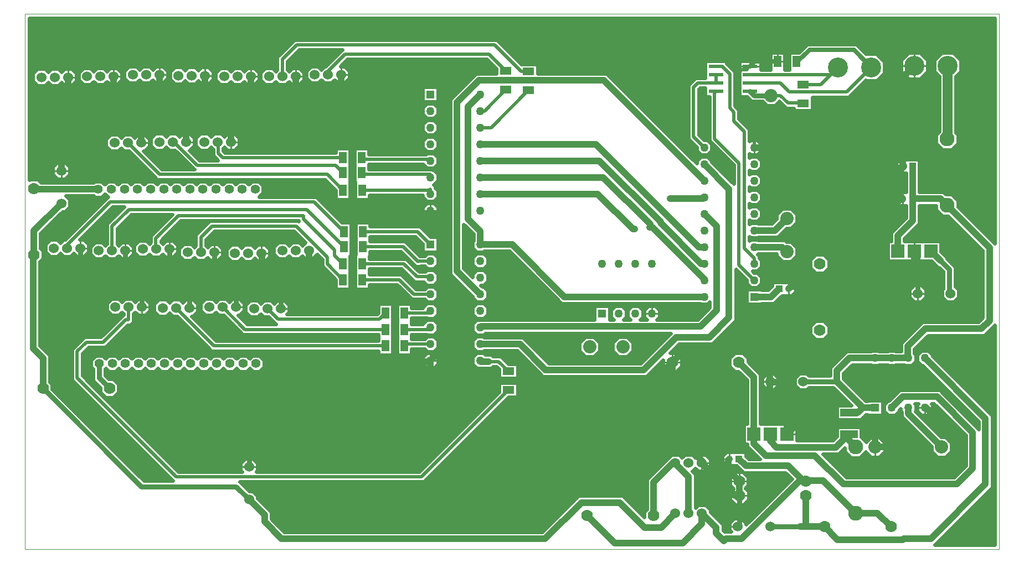
<source format=gbr>
G04 PROTEUS GERBER X2 FILE*
%TF.GenerationSoftware,Labcenter,Proteus,8.17-SP2-Build37159*%
%TF.CreationDate,2025-02-23T13:52:33+00:00*%
%TF.FileFunction,Copper,L2,Bot*%
%TF.FilePolarity,Positive*%
%TF.Part,Single*%
%TF.SameCoordinates,{f5fd30df-bfb1-41d0-8757-df29ac62e929}*%
%FSLAX45Y45*%
%MOMM*%
G01*
%TA.AperFunction,Conductor*%
%ADD13C,1.016000*%
%ADD30C,1.270000*%
%ADD12C,0.508000*%
%ADD10C,0.762000*%
%ADD31C,1.524000*%
%ADD16C,0.254000*%
%ADD11C,0.635000*%
%ADD15C,0.558800*%
%TA.AperFunction,ComponentPad*%
%ADD17C,3.048000*%
%TA.AperFunction,SMDPad,CuDef*%
%ADD32R,2.692400X1.143000*%
%TA.AperFunction,ComponentPad*%
%ADD18C,2.032000*%
%ADD19C,2.286000*%
%TA.AperFunction,WasherPad*%
%ADD70R,1.050000X1.050000*%
%TA.AperFunction,ComponentPad*%
%ADD71C,1.050000*%
%TA.AperFunction,ComponentPad*%
%ADD20R,2.032000X2.032000*%
%TA.AperFunction,ComponentPad*%
%ADD21R,1.270000X1.270000*%
%ADD22C,1.270000*%
%TA.AperFunction,ComponentPad*%
%ADD23C,1.524000*%
%ADD24C,1.778000*%
%TA.AperFunction,SMDPad,CuDef*%
%ADD25R,1.143000X1.803400*%
%ADD26R,1.803400X1.143000*%
%TA.AperFunction,WasherPad*%
%ADD29C,1.397000*%
%TA.AperFunction,SMDPad,CuDef*%
%ADD33R,2.209800X0.609600*%
%TA.AperFunction,OtherPad,Unknown*%
%ADD72C,2.032000*%
%TA.AperFunction,Profile*%
%ADD73C,0.101600*%
%TD.AperFunction*%
%TA.AperFunction,Conductor*%
G36*
X+14828880Y+5318394D02*
X+14267639Y+5879635D01*
X+14267639Y+5969438D01*
X+14169438Y+6067639D01*
X+14079635Y+6067639D01*
X+14043135Y+6104139D01*
X+13680839Y+6104139D01*
X+13680839Y+6105839D01*
X+13679139Y+6105839D01*
X+13679139Y+6394161D01*
X+13680839Y+6394161D01*
X+13680839Y+6605839D01*
X+13469161Y+6605839D01*
X+13469161Y+6605518D01*
X+13468840Y+6605839D01*
X+13381160Y+6605839D01*
X+13319161Y+6543840D01*
X+13319161Y+6456160D01*
X+13381160Y+6394161D01*
X+13468840Y+6394161D01*
X+13469161Y+6394482D01*
X+13469161Y+6394161D01*
X+13470861Y+6394161D01*
X+13470861Y+6105839D01*
X+13469161Y+6105839D01*
X+13469161Y+6105518D01*
X+13468840Y+6105839D01*
X+13381160Y+6105839D01*
X+13319161Y+6043840D01*
X+13319161Y+5956160D01*
X+13381160Y+5894161D01*
X+13468840Y+5894161D01*
X+13469161Y+5894482D01*
X+13469161Y+5894161D01*
X+13470861Y+5894161D01*
X+13470861Y+5711322D01*
X+13241861Y+5482322D01*
X+13241861Y+5354939D01*
X+13191061Y+5354939D01*
X+13191061Y+5045061D01*
X+13861665Y+5045061D01*
X+13956864Y+4949862D01*
X+13974824Y+4949862D01*
X+14041662Y+4883024D01*
X+14041662Y+4624858D01*
X+14020461Y+4603657D01*
X+14020461Y+4496343D01*
X+14096343Y+4420461D01*
X+14203657Y+4420461D01*
X+14279539Y+4496343D01*
X+14279539Y+4603657D01*
X+14224540Y+4658656D01*
X+14224540Y+4958774D01*
X+14104138Y+5079176D01*
X+14104138Y+5097136D01*
X+14008939Y+5192335D01*
X+14008939Y+5354939D01*
X+13450139Y+5354939D01*
X+13450139Y+5396052D01*
X+13679139Y+5625052D01*
X+13679139Y+5894161D01*
X+13680839Y+5894161D01*
X+13680839Y+5895861D01*
X+13932361Y+5895861D01*
X+13932361Y+5830562D01*
X+14030562Y+5732361D01*
X+14120365Y+5732361D01*
X+14645861Y+5206865D01*
X+14645861Y+4179704D01*
X+14581283Y+4115126D01*
X+13724907Y+4115126D01*
X+13395861Y+3786080D01*
X+13395861Y+3666139D01*
X+13315096Y+3666139D01*
X+13302396Y+3678839D01*
X+13205604Y+3678839D01*
X+13192904Y+3666139D01*
X+13061096Y+3666139D01*
X+13048396Y+3678839D01*
X+12951604Y+3678839D01*
X+12938904Y+3666139D01*
X+12565478Y+3666139D01*
X+12311861Y+3412522D01*
X+12311861Y+3291439D01*
X+11991757Y+3291439D01*
X+11953657Y+3329539D01*
X+11846343Y+3329539D01*
X+11770461Y+3253657D01*
X+11770461Y+3146343D01*
X+11846343Y+3070461D01*
X+11953657Y+3070461D01*
X+11991757Y+3108561D01*
X+12360164Y+3108561D01*
X+12372865Y+3095861D01*
X+12633117Y+2835609D01*
X+12412041Y+2835609D01*
X+12412041Y+2614631D01*
X+12787959Y+2614631D01*
X+12787959Y+2624685D01*
X+12859135Y+2695861D01*
X+12883161Y+2695861D01*
X+12883161Y+2683161D01*
X+13116839Y+2683161D01*
X+13116839Y+2916839D01*
X+12883161Y+2916839D01*
X+12883161Y+2904139D01*
X+12859135Y+2904139D01*
X+12520139Y+3243135D01*
X+12520139Y+3326252D01*
X+12651748Y+3457861D01*
X+12938904Y+3457861D01*
X+12951604Y+3445161D01*
X+13048396Y+3445161D01*
X+13061096Y+3457861D01*
X+13192904Y+3457861D01*
X+13205604Y+3445161D01*
X+13302396Y+3445161D01*
X+13315096Y+3457861D01*
X+13446904Y+3457861D01*
X+13459604Y+3445161D01*
X+13556396Y+3445161D01*
X+13624839Y+3513604D01*
X+13624839Y+3610396D01*
X+13604139Y+3631096D01*
X+13604139Y+3699810D01*
X+13811177Y+3906848D01*
X+14667553Y+3906848D01*
X+14828880Y+4068175D01*
X+14828880Y+706120D01*
X+13910091Y+706120D01*
X+14792311Y+1588340D01*
X+14792311Y+2678963D01*
X+13878839Y+3592435D01*
X+13878839Y+3610396D01*
X+13810396Y+3678839D01*
X+13713604Y+3678839D01*
X+13645161Y+3610396D01*
X+13645161Y+3513604D01*
X+13713604Y+3445161D01*
X+13731565Y+3445161D01*
X+14584033Y+2592693D01*
X+14584033Y+2477217D01*
X+13986677Y+3074573D01*
X+13381299Y+3074573D01*
X+13223565Y+2916839D01*
X+13205604Y+2916839D01*
X+13137161Y+2848396D01*
X+13137161Y+2751604D01*
X+13205604Y+2683161D01*
X+13302396Y+2683161D01*
X+13370839Y+2751604D01*
X+13370839Y+2769565D01*
X+13391161Y+2789887D01*
X+13391161Y+2751604D01*
X+13403861Y+2738904D01*
X+13403861Y+2664865D01*
X+13861061Y+2207665D01*
X+13861061Y+2135822D01*
X+13951822Y+2045061D01*
X+14080178Y+2045061D01*
X+14170939Y+2135822D01*
X+14170939Y+2264178D01*
X+14080178Y+2354939D01*
X+14008334Y+2354939D01*
X+13618254Y+2745019D01*
X+13624839Y+2751604D01*
X+13624839Y+2848396D01*
X+13606940Y+2866295D01*
X+13663060Y+2866295D01*
X+13645161Y+2848396D01*
X+13645161Y+2751604D01*
X+13713604Y+2683161D01*
X+13810396Y+2683161D01*
X+13878839Y+2751604D01*
X+13878839Y+2848396D01*
X+13860940Y+2866295D01*
X+13900407Y+2866295D01*
X+14389555Y+2377147D01*
X+14389555Y+1916829D01*
X+14211877Y+1739151D01*
X+12557588Y+1739151D01*
X+12204723Y+2092016D01*
X+12439290Y+2092016D01*
X+12532361Y+2185087D01*
X+12532361Y+2135574D01*
X+12630562Y+2037373D01*
X+12769438Y+2037373D01*
X+12856474Y+2124409D01*
X+12935822Y+2045061D01*
X+13064178Y+2045061D01*
X+13154939Y+2135822D01*
X+13154939Y+2264178D01*
X+13064178Y+2354939D01*
X+12935822Y+2354939D01*
X+12861486Y+2280603D01*
X+12787959Y+2354130D01*
X+12787959Y+2510489D01*
X+12412041Y+2510489D01*
X+12412041Y+2359315D01*
X+12353020Y+2300294D01*
X+11808939Y+2300294D01*
X+11808939Y+2554939D01*
X+11250139Y+2554939D01*
X+11250139Y+3313135D01*
X+11058239Y+3505035D01*
X+11058239Y+3558917D01*
X+10974917Y+3642239D01*
X+10857083Y+3642239D01*
X+10773761Y+3558917D01*
X+10773761Y+3441083D01*
X+10857083Y+3357761D01*
X+10910965Y+3357761D01*
X+11041861Y+3226865D01*
X+11041861Y+2554939D01*
X+10991061Y+2554939D01*
X+10991061Y+2245061D01*
X+11041861Y+2245061D01*
X+11041861Y+2210865D01*
X+11236154Y+2016572D01*
X+11070802Y+2016572D01*
X+11026639Y+2060735D01*
X+11026639Y+2125139D01*
X+10814961Y+2125139D01*
X+10814961Y+2124817D01*
X+10814640Y+2125139D01*
X+10726960Y+2125139D01*
X+10664961Y+2063140D01*
X+10664961Y+1975460D01*
X+10726960Y+1913461D01*
X+10814640Y+1913461D01*
X+10814961Y+1913782D01*
X+10814961Y+1913461D01*
X+10879365Y+1913461D01*
X+10974187Y+1818639D01*
X+10863083Y+1818639D01*
X+10779761Y+1735317D01*
X+10779761Y+1617483D01*
X+10834544Y+1562700D01*
X+10784761Y+1512917D01*
X+10784761Y+1395083D01*
X+10868083Y+1311761D01*
X+10985917Y+1311761D01*
X+11069239Y+1395083D01*
X+11069239Y+1512917D01*
X+11014456Y+1567700D01*
X+11064239Y+1617483D01*
X+11064239Y+1735317D01*
X+10991262Y+1808294D01*
X+11630030Y+1808294D01*
X+11725525Y+1712799D01*
X+11029539Y+1016813D01*
X+11029539Y+1034657D01*
X+10953657Y+1110539D01*
X+10846343Y+1110539D01*
X+10770461Y+1034657D01*
X+10770461Y+927343D01*
X+10794035Y+903769D01*
X+10693104Y+903769D01*
X+10675713Y+921160D01*
X+10675713Y+1009761D01*
X+10482739Y+1202735D01*
X+10482739Y+1238657D01*
X+10406857Y+1314539D01*
X+10299543Y+1314539D01*
X+10254139Y+1269135D01*
X+10254139Y+1785699D01*
X+10207517Y+1832321D01*
X+10251600Y+1876404D01*
X+10299543Y+1828461D01*
X+10406857Y+1828461D01*
X+10482739Y+1904343D01*
X+10482739Y+2011657D01*
X+10406857Y+2087539D01*
X+10299543Y+2087539D01*
X+10251600Y+2039596D01*
X+10203657Y+2087539D01*
X+10096343Y+2087539D01*
X+10048400Y+2039596D01*
X+10000457Y+2087539D01*
X+9893143Y+2087539D01*
X+9867743Y+2062139D01*
X+9865565Y+2062139D01*
X+9507762Y+1704336D01*
X+9507762Y+1661200D01*
X+9507761Y+1248617D01*
X+9469661Y+1210517D01*
X+9469661Y+1126891D01*
X+9141980Y+1454572D01*
X+8466335Y+1454572D01*
X+7912285Y+900522D01*
X+3968630Y+900522D01*
X+3770139Y+1099013D01*
X+3770139Y+1203136D01*
X+3709135Y+1264139D01*
X+3558539Y+1414735D01*
X+3558539Y+1450657D01*
X+3482657Y+1526539D01*
X+3428775Y+1526539D01*
X+3288154Y+1667160D01*
X+6096512Y+1667160D01*
X+7392263Y+2962911D01*
X+7534909Y+2962911D01*
X+7534909Y+3183889D01*
X+7247891Y+3183889D01*
X+7247891Y+3041243D01*
X+6031286Y+1824638D01*
X+3539834Y+1824638D01*
X+3558539Y+1843343D01*
X+3558539Y+1950657D01*
X+3482657Y+2026539D01*
X+3375343Y+2026539D01*
X+3299461Y+1950657D01*
X+3299461Y+1843343D01*
X+3318166Y+1824638D01*
X+2348054Y+1824638D01*
X+880485Y+3292207D01*
X+880485Y+3631273D01*
X+974980Y+3725768D01*
X+1229860Y+3725768D01*
X+1572629Y+4068537D01*
X+1620115Y+4068537D01*
X+1666239Y+4114661D01*
X+1666239Y+4238943D01*
X+1689100Y+4261804D01*
X+1737043Y+4213861D01*
X+1844357Y+4213861D01*
X+1920239Y+4289743D01*
X+1920239Y+4397057D01*
X+1844357Y+4472939D01*
X+1737043Y+4472939D01*
X+1689100Y+4424996D01*
X+1641157Y+4472939D01*
X+1533843Y+4472939D01*
X+1485900Y+4424996D01*
X+1437957Y+4472939D01*
X+1330643Y+4472939D01*
X+1254761Y+4397057D01*
X+1254761Y+4289743D01*
X+1330643Y+4213861D01*
X+1437957Y+4213861D01*
X+1485900Y+4261804D01*
X+1508761Y+4238943D01*
X+1508761Y+4226015D01*
X+1507403Y+4226015D01*
X+1164634Y+3883246D01*
X+909754Y+3883246D01*
X+723007Y+3696499D01*
X+723007Y+3226981D01*
X+2262582Y+1687406D01*
X+1820108Y+1687406D01*
X+421639Y+3085875D01*
X+421639Y+3157717D01*
X+383539Y+3195817D01*
X+383539Y+3602599D01*
X+232422Y+3753716D01*
X+232422Y+5035066D01*
X+281939Y+5084583D01*
X+281939Y+5202417D01*
X+243839Y+5240517D01*
X+243839Y+5468665D01*
X+576535Y+5801361D01*
X+612457Y+5801361D01*
X+688339Y+5877243D01*
X+688339Y+5984557D01*
X+630235Y+6042661D01*
X+1054023Y+6042661D01*
X+1073073Y+6023611D01*
X+1175127Y+6023611D01*
X+1224099Y+6072583D01*
X+1270643Y+6026039D01*
X+619243Y+5374639D01*
X+594043Y+5374639D01*
X+546100Y+5326696D01*
X+498157Y+5374639D01*
X+390843Y+5374639D01*
X+314961Y+5298757D01*
X+314961Y+5191443D01*
X+390843Y+5115561D01*
X+498157Y+5115561D01*
X+546100Y+5163504D01*
X+594043Y+5115561D01*
X+701357Y+5115561D01*
X+749300Y+5163504D01*
X+797243Y+5115561D01*
X+904557Y+5115561D01*
X+980439Y+5191443D01*
X+980439Y+5298757D01*
X+904557Y+5374639D01*
X+841947Y+5374639D01*
X+1341451Y+5874143D01*
X+1518777Y+5874143D01*
X+1257285Y+5612651D01*
X+1257285Y+5313981D01*
X+1231900Y+5288596D01*
X+1183957Y+5336539D01*
X+1076643Y+5336539D01*
X+1000761Y+5260657D01*
X+1000761Y+5153343D01*
X+1076643Y+5077461D01*
X+1183957Y+5077461D01*
X+1231900Y+5125404D01*
X+1279843Y+5077461D01*
X+1387157Y+5077461D01*
X+1435100Y+5125404D01*
X+1483043Y+5077461D01*
X+1590357Y+5077461D01*
X+1666239Y+5153343D01*
X+1666239Y+5260657D01*
X+1590357Y+5336539D01*
X+1483043Y+5336539D01*
X+1435100Y+5288596D01*
X+1414763Y+5308933D01*
X+1414763Y+5547425D01*
X+1626991Y+5759653D01*
X+2254838Y+5759653D01*
X+1925298Y+5430113D01*
X+1925298Y+5334294D01*
X+1905000Y+5313996D01*
X+1857057Y+5361939D01*
X+1749743Y+5361939D01*
X+1673861Y+5286057D01*
X+1673861Y+5178743D01*
X+1749743Y+5102861D01*
X+1857057Y+5102861D01*
X+1905000Y+5150804D01*
X+1952943Y+5102861D01*
X+2060257Y+5102861D01*
X+2108200Y+5150804D01*
X+2156143Y+5102861D01*
X+2263457Y+5102861D01*
X+2339339Y+5178743D01*
X+2339339Y+5286057D01*
X+2263457Y+5361939D01*
X+2156143Y+5361939D01*
X+2108200Y+5313996D01*
X+2082776Y+5339420D01*
X+2082776Y+5364887D01*
X+2382307Y+5664418D01*
X+4185664Y+5664418D01*
X+4185664Y+5657498D01*
X+4180502Y+5662660D01*
X+2829742Y+5662660D01*
X+2613661Y+5446579D01*
X+2613661Y+5286057D01*
X+2590800Y+5263196D01*
X+2542857Y+5311139D01*
X+2435543Y+5311139D01*
X+2359661Y+5235257D01*
X+2359661Y+5127943D01*
X+2435543Y+5052061D01*
X+2542857Y+5052061D01*
X+2590800Y+5100004D01*
X+2638743Y+5052061D01*
X+2746057Y+5052061D01*
X+2794000Y+5100004D01*
X+2841943Y+5052061D01*
X+2949257Y+5052061D01*
X+3025139Y+5127943D01*
X+3025139Y+5235257D01*
X+2949257Y+5311139D01*
X+2841943Y+5311139D01*
X+2794000Y+5263196D01*
X+2771139Y+5286057D01*
X+2771139Y+5381353D01*
X+2894968Y+5505182D01*
X+4115276Y+5505182D01*
X+4286831Y+5333627D01*
X+4241800Y+5288596D01*
X+4193857Y+5336539D01*
X+4086543Y+5336539D01*
X+4038600Y+5288596D01*
X+3990657Y+5336539D01*
X+3883343Y+5336539D01*
X+3807461Y+5260657D01*
X+3807461Y+5153343D01*
X+3883343Y+5077461D01*
X+3990657Y+5077461D01*
X+4038600Y+5125404D01*
X+4086543Y+5077461D01*
X+4193857Y+5077461D01*
X+4241800Y+5125404D01*
X+4289743Y+5077461D01*
X+4397057Y+5077461D01*
X+4470027Y+5150431D01*
X+4546856Y+5073602D01*
X+4546856Y+4970492D01*
X+4755711Y+4761637D01*
X+4755711Y+4618991D01*
X+4976689Y+4618991D01*
X+4976689Y+5126991D01*
X+4989389Y+5126991D01*
X+4989389Y+5642609D01*
X+4846743Y+5642609D01*
X+4457731Y+6031621D01*
X+3583137Y+6031621D01*
X+3647289Y+6095773D01*
X+3647289Y+6197827D01*
X+3575127Y+6269989D01*
X+3473073Y+6269989D01*
X+3424100Y+6221016D01*
X+3375127Y+6269989D01*
X+3273073Y+6269989D01*
X+3224100Y+6221016D01*
X+3175127Y+6269989D01*
X+3073073Y+6269989D01*
X+3024100Y+6221016D01*
X+2975127Y+6269989D01*
X+2873073Y+6269989D01*
X+2824100Y+6221016D01*
X+2775127Y+6269989D01*
X+2673073Y+6269989D01*
X+2624100Y+6221016D01*
X+2575127Y+6269989D01*
X+2473073Y+6269989D01*
X+2424100Y+6221016D01*
X+2375127Y+6269989D01*
X+2273073Y+6269989D01*
X+2224100Y+6221016D01*
X+2175127Y+6269989D01*
X+2073073Y+6269989D01*
X+2024100Y+6221016D01*
X+1975127Y+6269989D01*
X+1873073Y+6269989D01*
X+1824100Y+6221016D01*
X+1775127Y+6269989D01*
X+1673073Y+6269989D01*
X+1624100Y+6221016D01*
X+1575127Y+6269989D01*
X+1473073Y+6269989D01*
X+1424100Y+6221016D01*
X+1375127Y+6269989D01*
X+1273073Y+6269989D01*
X+1224100Y+6221016D01*
X+1175127Y+6269989D01*
X+1073073Y+6269989D01*
X+1054023Y+6250939D01*
X+249417Y+6250939D01*
X+198617Y+6301739D01*
X+80783Y+6301739D01*
X+71120Y+6292076D01*
X+71120Y+8763880D01*
X+14828880Y+8763880D01*
X+14828880Y+5318394D01*
G37*
%TD.AperFunction*%
%LPC*%
G36*
X+13394261Y+7949780D02*
X+13394261Y+8120220D01*
X+13514780Y+8240739D01*
X+13685220Y+8240739D01*
X+13805739Y+8120220D01*
X+13805739Y+7949780D01*
X+13685220Y+7829261D01*
X+13514780Y+7829261D01*
X+13394261Y+7949780D01*
G37*
G36*
X+14313739Y+8120220D02*
X+14313739Y+7949780D01*
X+14237539Y+7873580D01*
X+14237539Y+7015538D01*
X+14267639Y+6985438D01*
X+14267639Y+6846562D01*
X+14169438Y+6748361D01*
X+14030562Y+6748361D01*
X+13932361Y+6846562D01*
X+13932361Y+6985438D01*
X+13978461Y+7031538D01*
X+13978461Y+7873580D01*
X+13902261Y+7949780D01*
X+13902261Y+8120220D01*
X+14022780Y+8240739D01*
X+14193220Y+8240739D01*
X+14313739Y+8120220D01*
G37*
G36*
X+7589761Y+8060489D02*
X+7843509Y+8060489D01*
X+7843509Y+7917338D01*
X+8895936Y+7917338D01*
X+10271161Y+6542113D01*
X+10271161Y+6580396D01*
X+10339604Y+6648839D01*
X+10436396Y+6648839D01*
X+10504839Y+6580396D01*
X+10504839Y+6562435D01*
X+10838013Y+6229261D01*
X+10838013Y+6517178D01*
X+10465590Y+6889601D01*
X+10465590Y+7561581D01*
X+10402571Y+7561581D01*
X+10402571Y+7693661D01*
X+10319804Y+7693661D01*
X+10303428Y+7677285D01*
X+10303428Y+6981924D01*
X+10382513Y+6902839D01*
X+10436396Y+6902839D01*
X+10504839Y+6834396D01*
X+10504839Y+6737604D01*
X+10436396Y+6669161D01*
X+10339604Y+6669161D01*
X+10271161Y+6737604D01*
X+10271161Y+6791487D01*
X+10145950Y+6916698D01*
X+10145950Y+7742511D01*
X+10254578Y+7851139D01*
X+10402571Y+7851139D01*
X+10402571Y+8110219D01*
X+10730229Y+8110219D01*
X+10730229Y+8069148D01*
X+10857091Y+7942286D01*
X+10857091Y+7422870D01*
X+10919877Y+7360084D01*
X+10919877Y+7219291D01*
X+11079698Y+7059470D01*
X+11079698Y+6880933D01*
X+11101604Y+6902839D01*
X+11198396Y+6902839D01*
X+11266839Y+6834396D01*
X+11266839Y+6737604D01*
X+11198396Y+6669161D01*
X+11101604Y+6669161D01*
X+11079698Y+6691067D01*
X+11079698Y+6626933D01*
X+11101604Y+6648839D01*
X+11198396Y+6648839D01*
X+11266839Y+6580396D01*
X+11266839Y+6483604D01*
X+11198396Y+6415161D01*
X+11101604Y+6415161D01*
X+11079698Y+6437067D01*
X+11079698Y+6372933D01*
X+11101604Y+6394839D01*
X+11198396Y+6394839D01*
X+11266839Y+6326396D01*
X+11266839Y+6229604D01*
X+11198396Y+6161161D01*
X+11101604Y+6161161D01*
X+11079698Y+6183067D01*
X+11079698Y+6118933D01*
X+11101604Y+6140839D01*
X+11198396Y+6140839D01*
X+11266839Y+6072396D01*
X+11266839Y+5975604D01*
X+11198396Y+5907161D01*
X+11101604Y+5907161D01*
X+11079698Y+5929067D01*
X+11079698Y+5864933D01*
X+11101604Y+5886839D01*
X+11198396Y+5886839D01*
X+11266839Y+5818396D01*
X+11266839Y+5721604D01*
X+11198396Y+5653161D01*
X+11101604Y+5653161D01*
X+11079698Y+5675067D01*
X+11079698Y+5610933D01*
X+11101604Y+5632839D01*
X+11198396Y+5632839D01*
X+11211096Y+5620139D01*
X+11422865Y+5620139D01*
X+11495061Y+5692335D01*
X+11495061Y+5764178D01*
X+11585822Y+5854939D01*
X+11714178Y+5854939D01*
X+11804939Y+5764178D01*
X+11804939Y+5635822D01*
X+11714178Y+5545061D01*
X+11642335Y+5545061D01*
X+11509135Y+5411861D01*
X+11211096Y+5411861D01*
X+11198396Y+5399161D01*
X+11101604Y+5399161D01*
X+11079698Y+5421067D01*
X+11079698Y+5356933D01*
X+11101604Y+5378839D01*
X+11198396Y+5378839D01*
X+11211096Y+5366139D01*
X+11623135Y+5366139D01*
X+11642335Y+5346939D01*
X+11714178Y+5346939D01*
X+11804939Y+5256178D01*
X+11804939Y+5127822D01*
X+11714178Y+5037061D01*
X+11585822Y+5037061D01*
X+11495061Y+5127822D01*
X+11495061Y+5157861D01*
X+11211096Y+5157861D01*
X+11201969Y+5148734D01*
X+11228739Y+5121964D01*
X+11228739Y+5094496D01*
X+11266839Y+5056396D01*
X+11266839Y+4959604D01*
X+11198396Y+4891161D01*
X+11124191Y+4891161D01*
X+11144513Y+4870839D01*
X+11198396Y+4870839D01*
X+11266839Y+4802396D01*
X+11266839Y+4705604D01*
X+11198396Y+4637161D01*
X+11101604Y+4637161D01*
X+11033161Y+4705604D01*
X+11033161Y+4759487D01*
X+10872147Y+4920501D01*
X+10872147Y+4138624D01*
X+10512412Y+3778889D01*
X+10004156Y+3778889D01*
X+9867506Y+3642239D01*
X+9958917Y+3642239D01*
X+10042239Y+3558917D01*
X+10042239Y+3441083D01*
X+9958917Y+3357761D01*
X+9841083Y+3357761D01*
X+9757761Y+3441083D01*
X+9757761Y+3532494D01*
X+9502049Y+3276782D01*
X+7922140Y+3276782D01*
X+7527061Y+3671861D01*
X+7023096Y+3671861D01*
X+7010396Y+3659161D01*
X+6913604Y+3659161D01*
X+6845161Y+3727604D01*
X+6845161Y+3824396D01*
X+6913604Y+3892839D01*
X+7010396Y+3892839D01*
X+7023096Y+3880139D01*
X+7613332Y+3880139D01*
X+7674335Y+3819135D01*
X+8008410Y+3485060D01*
X+9415779Y+3485060D01*
X+9872726Y+3942007D01*
X+7039242Y+3942007D01*
X+7010396Y+3913161D01*
X+6913604Y+3913161D01*
X+6845161Y+3981604D01*
X+6845161Y+4078396D01*
X+6913604Y+4146839D01*
X+6931565Y+4146839D01*
X+6935011Y+4150285D01*
X+8709661Y+4150285D01*
X+8709661Y+4358639D01*
X+8943339Y+4358639D01*
X+8943339Y+4150285D01*
X+9006780Y+4150285D01*
X+8963661Y+4193404D01*
X+8963661Y+4290196D01*
X+9032104Y+4358639D01*
X+9128896Y+4358639D01*
X+9197339Y+4290196D01*
X+9197339Y+4193404D01*
X+9154220Y+4150285D01*
X+9260780Y+4150285D01*
X+9217661Y+4193404D01*
X+9217661Y+4290196D01*
X+9286104Y+4358639D01*
X+9382896Y+4358639D01*
X+9451339Y+4290196D01*
X+9451339Y+4193404D01*
X+9408220Y+4150285D01*
X+9514780Y+4150285D01*
X+9471661Y+4193404D01*
X+9471661Y+4290196D01*
X+9540104Y+4358639D01*
X+9636896Y+4358639D01*
X+9705339Y+4290196D01*
X+9705339Y+4193404D01*
X+9662220Y+4150285D01*
X+10286324Y+4150285D01*
X+10470670Y+4334631D01*
X+10470670Y+4417435D01*
X+10436396Y+4383161D01*
X+10339604Y+4383161D01*
X+10326904Y+4395861D01*
X+8209782Y+4395861D01*
X+7408171Y+5197472D01*
X+7024707Y+5197472D01*
X+7010396Y+5183161D01*
X+6913604Y+5183161D01*
X+6845161Y+5251604D01*
X+6845161Y+5348396D01*
X+6857861Y+5361096D01*
X+6857861Y+5461889D01*
X+6712685Y+5607065D01*
X+6712685Y+4934589D01*
X+6845161Y+4802113D01*
X+6845161Y+4840396D01*
X+6913604Y+4908839D01*
X+7010396Y+4908839D01*
X+7078839Y+4840396D01*
X+7078839Y+4743604D01*
X+7010396Y+4675161D01*
X+6972113Y+4675161D01*
X+6992435Y+4654839D01*
X+7010396Y+4654839D01*
X+7078839Y+4586396D01*
X+7078839Y+4489604D01*
X+7010396Y+4421161D01*
X+6913604Y+4421161D01*
X+6845161Y+4489604D01*
X+6845161Y+4507565D01*
X+6504407Y+4848319D01*
X+6504407Y+7521077D01*
X+6900668Y+7917338D01*
X+7209791Y+7917338D01*
X+7209791Y+7992957D01*
X+7066897Y+8135851D01*
X+4932375Y+8135851D01*
X+4825463Y+8028939D01*
X+4892357Y+8028939D01*
X+4968239Y+7953057D01*
X+4968239Y+7845743D01*
X+4892357Y+7769861D01*
X+4785043Y+7769861D01*
X+4737100Y+7817804D01*
X+4689157Y+7769861D01*
X+4581843Y+7769861D01*
X+4533900Y+7817804D01*
X+4485957Y+7769861D01*
X+4378643Y+7769861D01*
X+4302761Y+7845743D01*
X+4302761Y+7953057D01*
X+4378643Y+8028939D01*
X+4485957Y+8028939D01*
X+4533900Y+7980996D01*
X+4581843Y+8028939D01*
X+4602759Y+8028939D01*
X+4853990Y+8280170D01*
X+4190002Y+8280170D01*
X+4015739Y+8105907D01*
X+4015739Y+7978457D01*
X+4038600Y+7955596D01*
X+4086543Y+8003539D01*
X+4193857Y+8003539D01*
X+4269739Y+7927657D01*
X+4269739Y+7820343D01*
X+4193857Y+7744461D01*
X+4086543Y+7744461D01*
X+4038600Y+7792404D01*
X+3990657Y+7744461D01*
X+3883343Y+7744461D01*
X+3835400Y+7792404D01*
X+3787457Y+7744461D01*
X+3680143Y+7744461D01*
X+3604261Y+7820343D01*
X+3604261Y+7927657D01*
X+3680143Y+8003539D01*
X+3787457Y+8003539D01*
X+3835400Y+7955596D01*
X+3858261Y+7978457D01*
X+3858261Y+8171133D01*
X+4124776Y+8437648D01*
X+7212602Y+8437648D01*
X+7589761Y+8060489D01*
G37*
G36*
X+11788639Y+4666640D02*
X+11788639Y+4578960D01*
X+11726640Y+4516961D01*
X+11638960Y+4516961D01*
X+11638639Y+4517281D01*
X+11638639Y+4516961D01*
X+11574235Y+4516961D01*
X+11453135Y+4395861D01*
X+11266839Y+4395861D01*
X+11266839Y+4383161D01*
X+11033161Y+4383161D01*
X+11033161Y+4616839D01*
X+11266839Y+4616839D01*
X+11266839Y+4604139D01*
X+11366865Y+4604139D01*
X+11426961Y+4664235D01*
X+11426961Y+4728639D01*
X+11638639Y+4728639D01*
X+11638639Y+4728318D01*
X+11638960Y+4728639D01*
X+11726640Y+4728639D01*
X+11788639Y+4666640D01*
G37*
G36*
X+13520461Y+4496343D02*
X+13520461Y+4603657D01*
X+13596343Y+4679539D01*
X+13703657Y+4679539D01*
X+13779539Y+4603657D01*
X+13779539Y+4496343D01*
X+13703657Y+4420461D01*
X+13596343Y+4420461D01*
X+13520461Y+4496343D01*
G37*
G36*
X+5279389Y+5577839D02*
X+6036056Y+5577839D01*
X+6197056Y+5416839D01*
X+6316839Y+5416839D01*
X+6316839Y+5183161D01*
X+6083161Y+5183161D01*
X+6083161Y+5308029D01*
X+5970829Y+5420361D01*
X+5279389Y+5420361D01*
X+5279389Y+5349239D01*
X+5814597Y+5349239D01*
X+6039097Y+5124739D01*
X+6113504Y+5124739D01*
X+6151604Y+5162839D01*
X+6248396Y+5162839D01*
X+6316839Y+5094396D01*
X+6316839Y+4997604D01*
X+6248396Y+4929161D01*
X+6151604Y+4929161D01*
X+6113504Y+4967261D01*
X+6056607Y+4967261D01*
X+6047852Y+4958506D01*
X+5982626Y+4958506D01*
X+5749371Y+5191761D01*
X+5279389Y+5191761D01*
X+5279389Y+5126991D01*
X+5266689Y+5126991D01*
X+5266689Y+5082539D01*
X+5829538Y+5082539D01*
X+6027159Y+4884918D01*
X+6127683Y+4884918D01*
X+6151604Y+4908839D01*
X+6248396Y+4908839D01*
X+6316839Y+4840396D01*
X+6316839Y+4743604D01*
X+6248396Y+4675161D01*
X+6151604Y+4675161D01*
X+6099325Y+4727440D01*
X+5961933Y+4727440D01*
X+5764312Y+4925061D01*
X+5266689Y+4925061D01*
X+5266689Y+4841239D01*
X+5758726Y+4841239D01*
X+5983226Y+4616739D01*
X+6113504Y+4616739D01*
X+6151604Y+4654839D01*
X+6248396Y+4654839D01*
X+6316839Y+4586396D01*
X+6316839Y+4489604D01*
X+6248396Y+4421161D01*
X+6151604Y+4421161D01*
X+6113504Y+4459261D01*
X+5918000Y+4459261D01*
X+5693500Y+4683761D01*
X+5266689Y+4683761D01*
X+5266689Y+4618991D01*
X+5045711Y+4618991D01*
X+5045711Y+5147309D01*
X+5058411Y+5147309D01*
X+5058411Y+5642609D01*
X+5279389Y+5642609D01*
X+5279389Y+5577839D01*
G37*
G36*
X+6316839Y+4332396D02*
X+6316839Y+4235604D01*
X+6248396Y+4167161D01*
X+6151604Y+4167161D01*
X+6147504Y+4171261D01*
X+5915889Y+4171261D01*
X+5915889Y+4078739D01*
X+6083504Y+4078739D01*
X+6151604Y+4146839D01*
X+6248396Y+4146839D01*
X+6316839Y+4078396D01*
X+6316839Y+3981604D01*
X+6248396Y+3913161D01*
X+6151604Y+3913161D01*
X+6143504Y+3921261D01*
X+5915889Y+3921261D01*
X+5915889Y+3854739D01*
X+6113504Y+3854739D01*
X+6151604Y+3892839D01*
X+6248396Y+3892839D01*
X+6316839Y+3824396D01*
X+6316839Y+3727604D01*
X+6248396Y+3659161D01*
X+6151604Y+3659161D01*
X+6113504Y+3697261D01*
X+5915889Y+3697261D01*
X+5915889Y+3606491D01*
X+5694911Y+3606491D01*
X+5694911Y+4393509D01*
X+5915889Y+4393509D01*
X+5915889Y+4328739D01*
X+6083161Y+4328739D01*
X+6083161Y+4332396D01*
X+6151604Y+4400839D01*
X+6248396Y+4400839D01*
X+6316839Y+4332396D01*
G37*
G36*
X+6151604Y+3638839D02*
X+6248396Y+3638839D01*
X+6316839Y+3570396D01*
X+6316839Y+3473604D01*
X+6248396Y+3405161D01*
X+6151604Y+3405161D01*
X+6083161Y+3473604D01*
X+6083161Y+3570396D01*
X+6151604Y+3638839D01*
G37*
G36*
X+7034696Y+3614539D02*
X+7131136Y+3614539D01*
X+7156536Y+3589139D01*
X+7277013Y+3589139D01*
X+7392263Y+3473889D01*
X+7534909Y+3473889D01*
X+7534909Y+3252911D01*
X+7247891Y+3252911D01*
X+7247891Y+3395557D01*
X+7211787Y+3431661D01*
X+7156536Y+3431661D01*
X+7131136Y+3406261D01*
X+7011496Y+3406261D01*
X+7010396Y+3405161D01*
X+6913604Y+3405161D01*
X+6845161Y+3473604D01*
X+6845161Y+3570396D01*
X+6913604Y+3638839D01*
X+7010396Y+3638839D01*
X+7034696Y+3614539D01*
G37*
G36*
X+6913604Y+4400839D02*
X+7010396Y+4400839D01*
X+7078839Y+4332396D01*
X+7078839Y+4235604D01*
X+7010396Y+4167161D01*
X+6913604Y+4167161D01*
X+6845161Y+4235604D01*
X+6845161Y+4332396D01*
X+6913604Y+4400839D01*
G37*
G36*
X+6913604Y+5162839D02*
X+7010396Y+5162839D01*
X+7078839Y+5094396D01*
X+7078839Y+4997604D01*
X+7010396Y+4929161D01*
X+6913604Y+4929161D01*
X+6845161Y+4997604D01*
X+6845161Y+5094396D01*
X+6913604Y+5162839D01*
G37*
G36*
X+6316839Y+7716839D02*
X+6316839Y+7483161D01*
X+6083161Y+7483161D01*
X+6083161Y+7716839D01*
X+6316839Y+7716839D01*
G37*
G36*
X+6151604Y+7462839D02*
X+6248396Y+7462839D01*
X+6316839Y+7394396D01*
X+6316839Y+7297604D01*
X+6248396Y+7229161D01*
X+6151604Y+7229161D01*
X+6083161Y+7297604D01*
X+6083161Y+7394396D01*
X+6151604Y+7462839D01*
G37*
G36*
X+6151604Y+7208839D02*
X+6248396Y+7208839D01*
X+6316839Y+7140396D01*
X+6316839Y+7043604D01*
X+6248396Y+6975161D01*
X+6151604Y+6975161D01*
X+6083161Y+7043604D01*
X+6083161Y+7140396D01*
X+6151604Y+7208839D01*
G37*
G36*
X+6151604Y+6954839D02*
X+6248396Y+6954839D01*
X+6316839Y+6886396D01*
X+6316839Y+6789604D01*
X+6248396Y+6721161D01*
X+6151604Y+6721161D01*
X+6083161Y+6789604D01*
X+6083161Y+6886396D01*
X+6151604Y+6954839D01*
G37*
G36*
X+5264589Y+6684239D02*
X+6135004Y+6684239D01*
X+6151604Y+6700839D01*
X+6248396Y+6700839D01*
X+6316839Y+6632396D01*
X+6316839Y+6535604D01*
X+6248396Y+6467161D01*
X+6151604Y+6467161D01*
X+6092004Y+6526761D01*
X+5264589Y+6526761D01*
X+5264589Y+6451639D01*
X+6232613Y+6451639D01*
X+6237413Y+6446839D01*
X+6248396Y+6446839D01*
X+6316839Y+6378396D01*
X+6316839Y+6281604D01*
X+6251378Y+6216143D01*
X+6278739Y+6204810D01*
X+6278739Y+6162496D01*
X+6316839Y+6124396D01*
X+6316839Y+6027604D01*
X+6248396Y+5959161D01*
X+6151604Y+5959161D01*
X+6083161Y+6027604D01*
X+6083161Y+6055361D01*
X+5266689Y+6055361D01*
X+5266689Y+5990591D01*
X+5045711Y+5990591D01*
X+5045711Y+6257291D01*
X+5043611Y+6257291D01*
X+5043611Y+6772909D01*
X+5264589Y+6772909D01*
X+5264589Y+6684239D01*
G37*
G36*
X+6151604Y+5938839D02*
X+6248396Y+5938839D01*
X+6316839Y+5870396D01*
X+6316839Y+5773604D01*
X+6248396Y+5705161D01*
X+6151604Y+5705161D01*
X+6083161Y+5773604D01*
X+6083161Y+5870396D01*
X+6151604Y+5938839D01*
G37*
G36*
X+11270461Y+3146343D02*
X+11270461Y+3253657D01*
X+11346343Y+3329539D01*
X+11453657Y+3329539D01*
X+11529539Y+3253657D01*
X+11529539Y+3146343D01*
X+11453657Y+3070461D01*
X+11346343Y+3070461D01*
X+11270461Y+3146343D01*
G37*
G36*
X+3355339Y+4397057D02*
X+3355339Y+4289743D01*
X+3279457Y+4213861D01*
X+3263491Y+4213861D01*
X+3398613Y+4078739D01*
X+3836309Y+4078739D01*
X+3726587Y+4188461D01*
X+3654743Y+4188461D01*
X+3606800Y+4236404D01*
X+3558857Y+4188461D01*
X+3451543Y+4188461D01*
X+3375661Y+4264343D01*
X+3375661Y+4371657D01*
X+3451543Y+4447539D01*
X+3558857Y+4447539D01*
X+3606800Y+4399596D01*
X+3654743Y+4447539D01*
X+3762057Y+4447539D01*
X+3810000Y+4399596D01*
X+3857943Y+4447539D01*
X+3965257Y+4447539D01*
X+4041139Y+4371657D01*
X+4041139Y+4264343D01*
X+4012030Y+4235234D01*
X+5389282Y+4235234D01*
X+5404911Y+4250863D01*
X+5404911Y+4393509D01*
X+5625889Y+4393509D01*
X+5625889Y+3606491D01*
X+5404911Y+3606491D01*
X+5404911Y+3671261D01*
X+2859487Y+3671261D01*
X+2329587Y+4201161D01*
X+2257743Y+4201161D01*
X+2209800Y+4249104D01*
X+2161857Y+4201161D01*
X+2054543Y+4201161D01*
X+1978661Y+4277043D01*
X+1978661Y+4384357D01*
X+2054543Y+4460239D01*
X+2161857Y+4460239D01*
X+2209800Y+4412296D01*
X+2257743Y+4460239D01*
X+2365057Y+4460239D01*
X+2413000Y+4412296D01*
X+2460943Y+4460239D01*
X+2568257Y+4460239D01*
X+2644139Y+4384357D01*
X+2644139Y+4277043D01*
X+2568257Y+4201161D01*
X+2552291Y+4201161D01*
X+2924713Y+3828739D01*
X+5404911Y+3828739D01*
X+5404911Y+3921261D01*
X+3333387Y+3921261D01*
X+3040787Y+4213861D01*
X+2968943Y+4213861D01*
X+2921000Y+4261804D01*
X+2873057Y+4213861D01*
X+2765743Y+4213861D01*
X+2689861Y+4289743D01*
X+2689861Y+4397057D01*
X+2765743Y+4472939D01*
X+2873057Y+4472939D01*
X+2921000Y+4424996D01*
X+2968943Y+4472939D01*
X+3076257Y+4472939D01*
X+3124200Y+4424996D01*
X+3172143Y+4472939D01*
X+3279457Y+4472939D01*
X+3355339Y+4397057D01*
G37*
G36*
X+3279139Y+6924357D02*
X+3279139Y+6817043D01*
X+3203257Y+6741161D01*
X+3095943Y+6741161D01*
X+3048000Y+6789104D01*
X+3035657Y+6776761D01*
X+3035657Y+6728977D01*
X+3056495Y+6708139D01*
X+4753611Y+6708139D01*
X+4753611Y+6772909D01*
X+4974589Y+6772909D01*
X+4974589Y+6277609D01*
X+4976689Y+6277609D01*
X+4976689Y+5990591D01*
X+4755711Y+5990591D01*
X+4755711Y+6133237D01*
X+4595110Y+6293838D01*
X+2027610Y+6293838D01*
X+1592987Y+6728461D01*
X+1521143Y+6728461D01*
X+1473200Y+6776404D01*
X+1425257Y+6728461D01*
X+1317943Y+6728461D01*
X+1242061Y+6804343D01*
X+1242061Y+6911657D01*
X+1317943Y+6987539D01*
X+1425257Y+6987539D01*
X+1473200Y+6939596D01*
X+1521143Y+6987539D01*
X+1628457Y+6987539D01*
X+1676400Y+6939596D01*
X+1724343Y+6987539D01*
X+1831657Y+6987539D01*
X+1907539Y+6911657D01*
X+1907539Y+6804343D01*
X+1831657Y+6728461D01*
X+1815691Y+6728461D01*
X+2092836Y+6451316D01*
X+2590312Y+6451316D01*
X+2300467Y+6741161D01*
X+2206943Y+6741161D01*
X+2159000Y+6789104D01*
X+2111057Y+6741161D01*
X+2003743Y+6741161D01*
X+1927861Y+6817043D01*
X+1927861Y+6924357D01*
X+2003743Y+7000239D01*
X+2111057Y+7000239D01*
X+2159000Y+6952296D01*
X+2206943Y+7000239D01*
X+2314257Y+7000239D01*
X+2362200Y+6952296D01*
X+2410143Y+7000239D01*
X+2517457Y+7000239D01*
X+2593339Y+6924357D01*
X+2593339Y+6817043D01*
X+2520314Y+6744018D01*
X+2671905Y+6592427D01*
X+2949503Y+6592427D01*
X+2878179Y+6663751D01*
X+2878179Y+6755725D01*
X+2844800Y+6789104D01*
X+2796857Y+6741161D01*
X+2689543Y+6741161D01*
X+2613661Y+6817043D01*
X+2613661Y+6924357D01*
X+2689543Y+7000239D01*
X+2796857Y+7000239D01*
X+2844800Y+6952296D01*
X+2892743Y+7000239D01*
X+3000057Y+7000239D01*
X+3048000Y+6952296D01*
X+3095943Y+7000239D01*
X+3203257Y+7000239D01*
X+3279139Y+6924357D01*
G37*
G36*
X+2186939Y+7953057D02*
X+2186939Y+7845743D01*
X+2111057Y+7769861D01*
X+2003743Y+7769861D01*
X+1955800Y+7817804D01*
X+1907857Y+7769861D01*
X+1800543Y+7769861D01*
X+1752600Y+7817804D01*
X+1704657Y+7769861D01*
X+1597343Y+7769861D01*
X+1521461Y+7845743D01*
X+1521461Y+7953057D01*
X+1597343Y+8028939D01*
X+1704657Y+8028939D01*
X+1752600Y+7980996D01*
X+1800543Y+8028939D01*
X+1907857Y+8028939D01*
X+1955800Y+7980996D01*
X+2003743Y+8028939D01*
X+2111057Y+8028939D01*
X+2186939Y+7953057D01*
G37*
G36*
X+1488439Y+7927657D02*
X+1488439Y+7820343D01*
X+1412557Y+7744461D01*
X+1305243Y+7744461D01*
X+1257300Y+7792404D01*
X+1209357Y+7744461D01*
X+1102043Y+7744461D01*
X+1054100Y+7792404D01*
X+1006157Y+7744461D01*
X+898843Y+7744461D01*
X+822961Y+7820343D01*
X+822961Y+7927657D01*
X+898843Y+8003539D01*
X+1006157Y+8003539D01*
X+1054100Y+7955596D01*
X+1102043Y+8003539D01*
X+1209357Y+8003539D01*
X+1257300Y+7955596D01*
X+1305243Y+8003539D01*
X+1412557Y+8003539D01*
X+1488439Y+7927657D01*
G37*
G36*
X+3583939Y+7927657D02*
X+3583939Y+7820343D01*
X+3508057Y+7744461D01*
X+3400743Y+7744461D01*
X+3352800Y+7792404D01*
X+3304857Y+7744461D01*
X+3197543Y+7744461D01*
X+3149600Y+7792404D01*
X+3101657Y+7744461D01*
X+2994343Y+7744461D01*
X+2918461Y+7820343D01*
X+2918461Y+7927657D01*
X+2994343Y+8003539D01*
X+3101657Y+8003539D01*
X+3149600Y+7955596D01*
X+3197543Y+8003539D01*
X+3304857Y+8003539D01*
X+3352800Y+7955596D01*
X+3400743Y+8003539D01*
X+3508057Y+8003539D01*
X+3583939Y+7927657D01*
G37*
G36*
X+789939Y+7914957D02*
X+789939Y+7807643D01*
X+714057Y+7731761D01*
X+606743Y+7731761D01*
X+558800Y+7779704D01*
X+510857Y+7731761D01*
X+403543Y+7731761D01*
X+355600Y+7779704D01*
X+307657Y+7731761D01*
X+200343Y+7731761D01*
X+124461Y+7807643D01*
X+124461Y+7914957D01*
X+200343Y+7990839D01*
X+307657Y+7990839D01*
X+355600Y+7942896D01*
X+403543Y+7990839D01*
X+510857Y+7990839D01*
X+558800Y+7942896D01*
X+606743Y+7990839D01*
X+714057Y+7990839D01*
X+789939Y+7914957D01*
G37*
G36*
X+2885439Y+7940357D02*
X+2885439Y+7833043D01*
X+2809557Y+7757161D01*
X+2702243Y+7757161D01*
X+2654300Y+7805104D01*
X+2606357Y+7757161D01*
X+2499043Y+7757161D01*
X+2451100Y+7805104D01*
X+2403157Y+7757161D01*
X+2295843Y+7757161D01*
X+2219961Y+7833043D01*
X+2219961Y+7940357D01*
X+2295843Y+8016239D01*
X+2403157Y+8016239D01*
X+2451100Y+7968296D01*
X+2499043Y+8016239D01*
X+2606357Y+8016239D01*
X+2654300Y+7968296D01*
X+2702243Y+8016239D01*
X+2809557Y+8016239D01*
X+2885439Y+7940357D01*
G37*
G36*
X+8481061Y+3669622D02*
X+8481061Y+3797978D01*
X+8571822Y+3888739D01*
X+8700178Y+3888739D01*
X+8790939Y+3797978D01*
X+8790939Y+3669622D01*
X+8700178Y+3578861D01*
X+8571822Y+3578861D01*
X+8481061Y+3669622D01*
G37*
G36*
X+8989061Y+3669622D02*
X+8989061Y+3797978D01*
X+9079822Y+3888739D01*
X+9208178Y+3888739D01*
X+9298939Y+3797978D01*
X+9298939Y+3669622D01*
X+9208178Y+3578861D01*
X+9079822Y+3578861D01*
X+8989061Y+3669622D01*
G37*
G36*
X+3749039Y+5222557D02*
X+3749039Y+5115243D01*
X+3673157Y+5039361D01*
X+3565843Y+5039361D01*
X+3517900Y+5087304D01*
X+3469957Y+5039361D01*
X+3362643Y+5039361D01*
X+3314700Y+5087304D01*
X+3266757Y+5039361D01*
X+3159443Y+5039361D01*
X+3083561Y+5115243D01*
X+3083561Y+5222557D01*
X+3159443Y+5298439D01*
X+3266757Y+5298439D01*
X+3314700Y+5250496D01*
X+3362643Y+5298439D01*
X+3469957Y+5298439D01*
X+3517900Y+5250496D01*
X+3565843Y+5298439D01*
X+3673157Y+5298439D01*
X+3749039Y+5222557D01*
G37*
G36*
X+3659989Y+3530827D02*
X+3659989Y+3428773D01*
X+3587827Y+3356611D01*
X+3485773Y+3356611D01*
X+3436800Y+3405584D01*
X+3387827Y+3356611D01*
X+3285773Y+3356611D01*
X+3236800Y+3405584D01*
X+3187827Y+3356611D01*
X+3085773Y+3356611D01*
X+3036800Y+3405584D01*
X+2987827Y+3356611D01*
X+2885773Y+3356611D01*
X+2836800Y+3405584D01*
X+2787827Y+3356611D01*
X+2685773Y+3356611D01*
X+2636800Y+3405584D01*
X+2587827Y+3356611D01*
X+2485773Y+3356611D01*
X+2436800Y+3405584D01*
X+2387827Y+3356611D01*
X+2285773Y+3356611D01*
X+2236800Y+3405584D01*
X+2187827Y+3356611D01*
X+2085773Y+3356611D01*
X+2036800Y+3405584D01*
X+1987827Y+3356611D01*
X+1885773Y+3356611D01*
X+1836800Y+3405584D01*
X+1787827Y+3356611D01*
X+1685773Y+3356611D01*
X+1636800Y+3405584D01*
X+1587827Y+3356611D01*
X+1485773Y+3356611D01*
X+1436800Y+3405584D01*
X+1387827Y+3356611D01*
X+1285773Y+3356611D01*
X+1236800Y+3405584D01*
X+1228239Y+3397023D01*
X+1228239Y+3295275D01*
X+1282475Y+3241039D01*
X+1354317Y+3241039D01*
X+1437639Y+3157717D01*
X+1437639Y+3039883D01*
X+1354317Y+2956561D01*
X+1236483Y+2956561D01*
X+1153161Y+3039883D01*
X+1153161Y+3111725D01*
X+1045361Y+3219525D01*
X+1045361Y+3397023D01*
X+1013611Y+3428773D01*
X+1013611Y+3530827D01*
X+1085773Y+3602989D01*
X+1187827Y+3602989D01*
X+1236800Y+3554016D01*
X+1285773Y+3602989D01*
X+1387827Y+3602989D01*
X+1436800Y+3554016D01*
X+1485773Y+3602989D01*
X+1587827Y+3602989D01*
X+1636800Y+3554016D01*
X+1685773Y+3602989D01*
X+1787827Y+3602989D01*
X+1836800Y+3554016D01*
X+1885773Y+3602989D01*
X+1987827Y+3602989D01*
X+2036800Y+3554016D01*
X+2085773Y+3602989D01*
X+2187827Y+3602989D01*
X+2236800Y+3554016D01*
X+2285773Y+3602989D01*
X+2387827Y+3602989D01*
X+2436800Y+3554016D01*
X+2485773Y+3602989D01*
X+2587827Y+3602989D01*
X+2636800Y+3554016D01*
X+2685773Y+3602989D01*
X+2787827Y+3602989D01*
X+2836800Y+3554016D01*
X+2885773Y+3602989D01*
X+2987827Y+3602989D01*
X+3036800Y+3554016D01*
X+3085773Y+3602989D01*
X+3187827Y+3602989D01*
X+3236800Y+3554016D01*
X+3285773Y+3602989D01*
X+3387827Y+3602989D01*
X+3436800Y+3554016D01*
X+3485773Y+3602989D01*
X+3587827Y+3602989D01*
X+3659989Y+3530827D01*
G37*
G36*
X+12094983Y+5146039D02*
X+12212817Y+5146039D01*
X+12296139Y+5062717D01*
X+12296139Y+4944883D01*
X+12212817Y+4861561D01*
X+12094983Y+4861561D01*
X+12011661Y+4944883D01*
X+12011661Y+5062717D01*
X+12094983Y+5146039D01*
G37*
G36*
X+12094983Y+4130039D02*
X+12212817Y+4130039D01*
X+12296139Y+4046717D01*
X+12296139Y+3928883D01*
X+12212817Y+3845561D01*
X+12094983Y+3845561D01*
X+12011661Y+3928883D01*
X+12011661Y+4046717D01*
X+12094983Y+4130039D01*
G37*
G36*
X+612457Y+6301361D02*
X+505143Y+6301361D01*
X+429261Y+6377243D01*
X+429261Y+6484557D01*
X+505143Y+6560439D01*
X+612457Y+6560439D01*
X+688339Y+6484557D01*
X+688339Y+6377243D01*
X+612457Y+6301361D01*
G37*
G36*
X+12855987Y+8219346D02*
X+12856080Y+8219439D01*
X+13026520Y+8219439D01*
X+13147039Y+8098920D01*
X+13147039Y+7928480D01*
X+13026520Y+7807961D01*
X+12856080Y+7807961D01*
X+12851496Y+7812544D01*
X+12596226Y+7557274D01*
X+12043509Y+7557274D01*
X+12043509Y+7349511D01*
X+11756491Y+7349511D01*
X+11756491Y+7388334D01*
X+11636878Y+7388334D01*
X+11533514Y+7491697D01*
X+11468778Y+7426961D01*
X+11340422Y+7426961D01*
X+11276922Y+7490461D01*
X+11115265Y+7490461D01*
X+11044145Y+7561581D01*
X+10925811Y+7561581D01*
X+10925811Y+8110219D01*
X+11253469Y+8110219D01*
X+11253469Y+7978139D01*
X+11399511Y+7978139D01*
X+11399511Y+8243509D01*
X+11620489Y+8243509D01*
X+11620489Y+7978139D01*
X+11689511Y+7978139D01*
X+11689511Y+8243509D01*
X+11841247Y+8243509D01*
X+11960898Y+8363160D01*
X+12712174Y+8363160D01*
X+12855987Y+8219346D01*
G37*
%LPD*%
D13*
X+13575000Y+6000000D02*
X+13575000Y+6500000D01*
X+13575000Y+6000000D02*
X+14000000Y+6000000D01*
X+14100000Y+5900000D01*
X+11150000Y+5262000D02*
X+11580000Y+5262000D01*
X+11650000Y+5192000D01*
X+11150000Y+5516000D02*
X+11466000Y+5516000D01*
X+11650000Y+5700000D01*
X+13346000Y+5200000D02*
X+13346000Y+5439187D01*
X+13575000Y+5668187D01*
X+13575000Y+6000000D01*
D30*
X+13425000Y+6500000D02*
X+13329199Y+6404199D01*
X+13329199Y+6077338D01*
X+13406537Y+6000000D01*
D13*
X+13600000Y+5200000D02*
X+13600000Y+5007900D01*
X+13473291Y+4881191D01*
X+13198398Y+4881191D01*
X+13000000Y+3562000D02*
X+13254000Y+3562000D01*
X+13508000Y+3562000D01*
X+12600000Y+2725120D02*
X+12741120Y+2725120D01*
X+12816000Y+2800000D01*
X+12416000Y+3200000D02*
X+12816000Y+2800000D01*
X+13000000Y+2800000D01*
X+11654000Y+2400000D02*
X+11654000Y+2598710D01*
X+11394723Y+2857987D01*
X+11394723Y+3194723D01*
X+11400000Y+3200000D01*
X+11146000Y+2400000D02*
X+11146000Y+3270000D01*
X+10916000Y+3500000D01*
X+14016000Y+2200000D02*
X+13508000Y+2708000D01*
X+13508000Y+2800000D01*
X+13000000Y+2200000D02*
X+13000000Y+2459342D01*
X+12906942Y+2552400D01*
X+11806400Y+2552400D01*
X+11654000Y+2400000D01*
X+13000000Y+2200000D02*
X+13683670Y+2200000D01*
X+13970752Y+1912918D01*
X+14078329Y+1912918D01*
X+14296470Y+2131059D01*
X+14296470Y+2280471D01*
X+13776941Y+2800000D01*
X+13762000Y+2800000D01*
X+6962000Y+5300000D02*
X+6962000Y+5505024D01*
X+6773333Y+5693691D01*
X+6773333Y+7411333D01*
X+6962000Y+7600000D01*
X+6200000Y+3522000D02*
X+6408652Y+3730652D01*
X+6408652Y+5613348D01*
X+6200000Y+5822000D01*
X+14100000Y+5900000D02*
X+14750000Y+5250000D01*
X+14750000Y+5000000D01*
X+14750000Y+4136569D01*
X+14624418Y+4010987D01*
X+13768042Y+4010987D01*
X+13500000Y+3742945D01*
X+13500000Y+3570000D01*
X+13508000Y+3562000D01*
X+9900000Y+3500000D02*
X+10109551Y+3709551D01*
X+11105458Y+3709551D01*
X+11394723Y+3420286D01*
X+11394723Y+3205277D01*
X+11400000Y+3200000D01*
X+10388000Y+5770000D02*
X+10574809Y+5583191D01*
X+10574809Y+4291496D01*
X+10329459Y+4046146D01*
X+6978146Y+4046146D01*
X+6962000Y+4030000D01*
D12*
X+6962000Y+7346000D02*
X+7028500Y+7346000D01*
X+7353300Y+7670800D01*
X+6962000Y+7092000D02*
X+7132000Y+7092000D01*
X+7700000Y+7660000D01*
D13*
X+6962000Y+6076000D02*
X+8757110Y+6076000D01*
X+9295910Y+5537200D01*
X+9321800Y+5537200D01*
X+13198398Y+4881191D02*
X+12758679Y+4441472D01*
X+12601457Y+4441472D01*
X+12513262Y+4353277D01*
X+12430948Y+4270963D01*
X+12430948Y+4018139D01*
X+11607532Y+3194723D01*
X+11405277Y+3194723D01*
X+11400000Y+3200000D01*
X+11150000Y+4500000D02*
X+11410000Y+4500000D01*
X+11532800Y+4622800D01*
X+13400000Y+6000000D02*
X+13406537Y+6000000D01*
X+13425000Y+6000000D01*
X+13198398Y+4881191D02*
X+13077446Y+5002143D01*
X+13077446Y+5677446D01*
X+13400000Y+6000000D01*
X+6962000Y+6838000D02*
X+8735178Y+6838000D01*
X+10311178Y+5262000D01*
X+10388000Y+5262000D01*
X+6962000Y+6584000D02*
X+8781432Y+6584000D01*
X+9719028Y+5646404D01*
X+9719028Y+5631248D01*
X+10342276Y+5008000D01*
X+10388000Y+5008000D01*
X+6962000Y+6330000D02*
X+8843362Y+6330000D01*
X+9561531Y+5611831D01*
X+9561531Y+5569261D01*
X+9554399Y+5562129D01*
X+9597385Y+5562129D01*
X+10388000Y+4771514D01*
X+10388000Y+4754000D01*
X+9867900Y+6007100D02*
X+10371100Y+6007100D01*
X+10388000Y+6024000D01*
X+6962000Y+4538000D02*
X+6608546Y+4891454D01*
X+6608546Y+7477942D01*
X+6943803Y+7813199D01*
X+8852801Y+7813199D01*
X+10388000Y+6278000D01*
X+10388000Y+4500000D02*
X+8252917Y+4500000D01*
X+7451307Y+5301610D01*
X+6963610Y+5301610D01*
X+6962000Y+5300000D01*
X+7088000Y+3510400D02*
X+6973600Y+3510400D01*
X+6962000Y+3522000D01*
X+9946800Y+1958000D02*
X+9946800Y+1945764D01*
X+10150000Y+1742564D01*
X+10150000Y+1185000D01*
X+9900000Y+3500000D02*
X+9900000Y+2527406D01*
X+9671176Y+2298582D01*
X+9671176Y+2193454D01*
X+9745513Y+2119117D01*
X+10223121Y+2119117D01*
X+10353200Y+1989038D01*
X+10353200Y+1958000D01*
X+11146000Y+2400000D02*
X+11146000Y+2254000D01*
X+11330746Y+2069254D01*
X+12080211Y+2069254D01*
X+12514453Y+1635012D01*
X+14255012Y+1635012D01*
X+14493694Y+1873694D01*
X+14493694Y+2420282D01*
X+13943542Y+2970434D01*
X+13424434Y+2970434D01*
X+13254000Y+2800000D01*
X+12600000Y+2400000D02*
X+12396155Y+2196155D01*
X+11496520Y+2196155D01*
X+11400000Y+2292675D01*
X+11400000Y+2400000D01*
X+12600000Y+2400000D02*
X+12600000Y+2305012D01*
X+12700000Y+2205012D01*
X+13243000Y+981000D02*
X+13034988Y+1189012D01*
X+12700000Y+1189012D01*
X+13762000Y+3562000D02*
X+14688172Y+2635828D01*
X+14688172Y+1631475D01*
X+13852407Y+795710D01*
X+13436913Y+795710D01*
X+13425154Y+783951D01*
X+12424049Y+783951D01*
X+12227000Y+981000D01*
X+11943000Y+981000D02*
X+11943000Y+1454000D01*
X+11943000Y+981000D02*
X+12227000Y+981000D01*
X+10353200Y+1958000D02*
X+10857200Y+1454000D01*
X+10927000Y+1454000D01*
X+9900000Y+3500000D02*
X+9604691Y+3204691D01*
X+7803758Y+3204691D01*
X+7798171Y+3210278D01*
X+7459906Y+3210278D01*
X+7454698Y+3215486D01*
X+6394512Y+3215486D01*
X+6200000Y+3409998D01*
X+6200000Y+3522000D01*
X+2498308Y+7391400D02*
X+2587208Y+7391400D01*
X+3962400Y+7381138D02*
X+3972662Y+7391400D01*
X+3962400Y+7381138D02*
X+3941489Y+7360227D01*
D12*
X+4635500Y+7899400D02*
X+4635500Y+7950328D01*
X+4899762Y+8214590D01*
X+7099510Y+8214590D01*
X+7353300Y+7960800D01*
D13*
X+4838700Y+7899400D02*
X+4838700Y+7315200D01*
X+4790722Y+7267222D01*
X+5015280Y+7042663D01*
X+5015280Y+5703520D01*
X+10388000Y+6532000D02*
X+10768008Y+6151992D01*
X+10768008Y+4181759D01*
X+10469276Y+3883027D01*
X+9961020Y+3883027D01*
X+9458914Y+3380921D01*
X+7965275Y+3380921D01*
X+7570196Y+3776000D01*
X+6962000Y+3776000D01*
X+1772228Y+7381138D02*
X+1782490Y+7391400D01*
X+2587208Y+7391400D02*
X+2576946Y+7381138D01*
X+2556035Y+7360227D01*
X+2488046Y+7381138D02*
X+2498308Y+7391400D01*
X+3244272Y+7381138D02*
X+3254534Y+7391400D01*
X+2463800Y+6870700D02*
X+2463800Y+7375366D01*
X+2469572Y+7381138D01*
X+5015280Y+5703520D02*
X+6081520Y+5703520D01*
X+6200000Y+5822000D01*
D10*
X+1790700Y+4343400D02*
X+1790700Y+4846142D01*
X+1810070Y+4865512D01*
X+2514600Y+4330700D02*
X+2514600Y+4865255D01*
X+2514343Y+4865512D01*
X+3225800Y+4343400D02*
X+3225800Y+4852555D01*
X+3212843Y+4865512D01*
X+3911600Y+4318000D02*
X+3911600Y+4847936D01*
X+3894024Y+4865512D01*
D12*
X+6200000Y+6584000D02*
X+6200000Y+6605500D01*
X+5178000Y+6605500D01*
X+5154100Y+6629400D01*
X+5154100Y+6400800D02*
X+5182000Y+6372900D01*
X+6200000Y+6372900D01*
X+6200000Y+6330000D01*
X+5156200Y+6134100D02*
X+6181900Y+6134100D01*
X+6200000Y+6152200D01*
X+6200000Y+6076000D01*
D13*
X+3244272Y+7381138D02*
X+3962400Y+7381138D01*
D12*
X+7700000Y+7950000D02*
X+7588898Y+7950000D01*
X+7179989Y+8358909D01*
X+4157389Y+8358909D01*
X+3937000Y+8138520D01*
X+3937000Y+7874000D01*
D13*
X+4140200Y+7874000D02*
X+4140200Y+7391529D01*
X+4140071Y+7391400D01*
X+4666543Y+7391400D01*
X+4790722Y+7267222D01*
X+3972662Y+7391400D02*
X+4140071Y+7391400D01*
X+3454400Y+7874000D02*
X+3454400Y+7392684D01*
X+3453116Y+7391400D01*
X+3972662Y+7391400D01*
X+3254534Y+7391400D02*
X+3453116Y+7391400D01*
X+2755900Y+7886700D02*
X+2755900Y+7394735D01*
X+2759235Y+7391400D01*
X+3254534Y+7391400D01*
X+2587208Y+7391400D02*
X+2759235Y+7391400D01*
X+2057400Y+7899400D02*
X+2057400Y+7409744D01*
X+2075744Y+7391400D01*
X+2498308Y+7391400D01*
X+1782490Y+7391400D02*
X+2075744Y+7391400D01*
X+1358900Y+7874000D02*
X+1358900Y+7447844D01*
X+1415344Y+7391400D01*
X+1782490Y+7391400D01*
X+673100Y+7391400D02*
X+1415344Y+7391400D01*
X+3149600Y+6870700D02*
X+3149600Y+7381138D01*
X+2576946Y+7381138D01*
X+2488046Y+7381138D01*
X+2469572Y+7381138D01*
X+3149600Y+7381138D02*
X+3244272Y+7381138D01*
X+1778000Y+6858000D02*
X+1778000Y+7369592D01*
X+1789546Y+7381138D01*
X+1772228Y+7381138D01*
X+2469572Y+7381138D02*
X+1789546Y+7381138D01*
D12*
X+2946400Y+6870700D02*
X+2956918Y+6860182D01*
X+2956918Y+6696364D01*
X+3023882Y+6629400D01*
X+4864100Y+6629400D01*
X+5805400Y+4250000D02*
X+6166000Y+4250000D01*
X+6200000Y+4284000D01*
X+5805400Y+4000000D02*
X+6170000Y+4000000D01*
X+6200000Y+4030000D01*
X+6200000Y+3776000D02*
X+5831400Y+3776000D01*
X+5805400Y+3750000D01*
X+7088000Y+3510400D02*
X+7244400Y+3510400D01*
X+7391400Y+3363400D01*
X+5515400Y+3750000D02*
X+2892100Y+3750000D01*
X+2311400Y+4330700D01*
X+5515400Y+4000000D02*
X+3366000Y+4000000D01*
X+3022600Y+4343400D01*
X+3708400Y+4318000D02*
X+3869905Y+4156495D01*
X+4308721Y+4156495D01*
X+5421895Y+4156495D01*
X+5515400Y+4250000D01*
D10*
X+2895600Y+5181600D02*
X+2895600Y+4888346D01*
X+2895600Y+4886036D01*
X+2916124Y+4865512D01*
X+2895600Y+5194300D02*
X+2895600Y+5181600D01*
X+2895600Y+4888346D02*
X+2918434Y+4865512D01*
X+2209800Y+5232400D02*
X+2209800Y+4925291D01*
X+2269579Y+4865512D01*
X+2918434Y+4865512D02*
X+3212843Y+4865512D01*
X+2209800Y+4925291D02*
X+2209800Y+4916055D01*
X+2260343Y+4865512D01*
X+2269579Y+4865512D01*
X+2514343Y+4865512D01*
X+2916124Y+4865512D01*
X+2918434Y+4865512D01*
X+850900Y+5245100D02*
X+850900Y+4916055D01*
X+901443Y+4865512D01*
X+1559534Y+4865512D01*
X+1810070Y+4865512D01*
X+2260343Y+4865512D01*
X+1536700Y+5207000D02*
X+1536700Y+4888346D01*
X+1559534Y+4865512D01*
D13*
X+3619500Y+5168900D02*
X+3624429Y+5163971D01*
X+3624429Y+4865512D01*
D10*
X+3212843Y+4865512D02*
X+3624429Y+4865512D01*
D13*
X+5015280Y+5703520D02*
X+5015280Y+4968889D01*
X+5008072Y+4961681D01*
X+5008072Y+4578941D01*
X+4894428Y+4465297D01*
X+4685661Y+4465297D01*
X+4442100Y+4708858D01*
X+4442100Y+4871233D01*
D10*
X+3624429Y+4865512D02*
X+3838996Y+4865512D01*
X+3894024Y+4865512D01*
D13*
X+4343400Y+5207000D02*
X+4343400Y+4876917D01*
X+4337716Y+4871233D01*
X+4442100Y+4871233D02*
X+4337716Y+4871233D01*
X+3844717Y+4871233D01*
X+3838996Y+4865512D01*
D12*
X+5168900Y+5499100D02*
X+6003443Y+5499100D01*
X+6200000Y+5302543D01*
X+6200000Y+5300000D01*
X+5168900Y+5270500D02*
X+5781984Y+5270500D01*
X+6015239Y+5037245D01*
X+6023994Y+5046000D01*
X+6200000Y+5046000D01*
X+5156200Y+5003800D02*
X+5796925Y+5003800D01*
X+5994546Y+4806179D01*
X+6185821Y+4806179D01*
X+6200000Y+4792000D01*
X+5156200Y+4762500D02*
X+5726113Y+4762500D01*
X+5950613Y+4538000D01*
X+6200000Y+4538000D01*
X+4878900Y+5499100D02*
X+4425118Y+5952882D01*
X+1308838Y+5952882D01*
X+647700Y+5291744D01*
X+647700Y+5245100D01*
X+4878900Y+5270500D02*
X+4311008Y+5838392D01*
X+1594378Y+5838392D01*
X+1336024Y+5580038D01*
X+1336024Y+5209524D01*
X+1333500Y+5207000D01*
X+4866200Y+5003800D02*
X+4738225Y+5131775D01*
X+4738225Y+5214962D01*
X+4264403Y+5688784D01*
X+4264403Y+5743157D01*
X+2349694Y+5743157D01*
X+2310856Y+5704319D01*
X+2004037Y+5397500D01*
X+2004037Y+5234963D01*
X+2006600Y+5232400D01*
X+4866200Y+4762500D02*
X+4625595Y+5003105D01*
X+4625595Y+5106215D01*
X+4147889Y+5583921D01*
X+2862355Y+5583921D01*
X+2692400Y+5413966D01*
X+2692400Y+5181600D01*
D10*
X+1295400Y+3098800D02*
X+1136800Y+3257400D01*
X+1136800Y+3479800D01*
D13*
X+9946800Y+1958000D02*
X+9908700Y+1958000D01*
X+9611900Y+1661200D01*
X+9611900Y+1151600D01*
X+8595900Y+1151600D02*
X+9016387Y+731113D01*
X+10060438Y+731113D01*
X+10352067Y+1022742D01*
X+10352067Y+1183867D01*
X+10353200Y+1185000D01*
D12*
X+4864100Y+6400800D02*
X+4751212Y+6513688D01*
X+2639292Y+6513688D01*
X+2282280Y+6870700D01*
X+2260600Y+6870700D01*
X+1574800Y+6858000D02*
X+2060223Y+6372577D01*
X+4627723Y+6372577D01*
X+4866200Y+6134100D01*
D13*
X+10927000Y+1454000D02*
X+10927000Y+1671400D01*
X+10922000Y+1676400D01*
X+11899900Y+1685698D02*
X+11673165Y+1912433D01*
X+11027667Y+1912433D01*
X+10920800Y+2019300D01*
X+10353200Y+1185000D02*
X+10571574Y+966626D01*
X+10571574Y+878025D01*
X+10685006Y+764593D01*
X+10720043Y+799630D01*
X+10959630Y+799630D01*
X+11845698Y+1685698D01*
X+11899900Y+1685698D01*
X+10922000Y+1676400D02*
X+10754683Y+1843717D01*
X+10754683Y+2003183D01*
X+10770800Y+2019300D01*
X+11682800Y+4622800D02*
X+11962800Y+4902800D01*
X+11962800Y+5138154D01*
X+12824646Y+6000000D01*
X+13400000Y+6000000D01*
X+1124100Y+6146800D02*
X+152400Y+6146800D01*
X+139700Y+6159500D01*
X+279400Y+3098800D02*
X+279400Y+3559464D01*
X+128283Y+3710581D01*
X+128283Y+5132083D01*
X+139700Y+5143500D01*
X+3429000Y+1397000D02*
X+3666000Y+1160000D01*
X+3666000Y+1055878D01*
X+3925495Y+796383D01*
X+7955420Y+796383D01*
X+8509471Y+1350434D01*
X+9098844Y+1350434D01*
X+9479844Y+969434D01*
X+9731234Y+969434D01*
X+9946800Y+1185000D01*
D10*
X+279400Y+3098800D02*
X+1782233Y+1595967D01*
X+3230033Y+1595967D01*
X+3429000Y+1397000D01*
D13*
X+558800Y+6946900D02*
X+558800Y+7302500D01*
X+660400Y+7404100D01*
X+660400Y+7861300D02*
X+660400Y+7404100D01*
X+673100Y+7391400D01*
X+558800Y+5930900D02*
X+139700Y+5511800D01*
X+139700Y+5143500D01*
D31*
X+14108000Y+8035000D02*
X+14108000Y+6924000D01*
X+14100000Y+6916000D01*
D13*
X+11150000Y+6786000D02*
X+12674384Y+6786000D01*
X+13425000Y+7536616D01*
X+13425000Y+6500000D02*
X+13425000Y+7536616D01*
X+13425000Y+7860000D01*
X+13600000Y+8035000D01*
D12*
X+11150000Y+4754000D02*
X+10916752Y+4987248D01*
X+10916752Y+6549791D01*
X+10544329Y+6922214D01*
X+10544329Y+7623329D01*
X+10566400Y+7645400D01*
X+11150000Y+5008000D02*
X+11150000Y+5089351D01*
X+11000959Y+5238392D01*
X+11000959Y+7026857D01*
X+10841138Y+7186678D01*
X+10841138Y+7327471D01*
X+10778352Y+7390257D01*
X+10778352Y+7909673D01*
X+10661625Y+8026400D01*
X+10566400Y+8026400D01*
X+10566400Y+7772400D02*
X+10287191Y+7772400D01*
X+10224689Y+7709898D01*
X+10224689Y+6949311D01*
X+10388000Y+6786000D01*
X+10566400Y+7899400D02*
X+10566400Y+7772400D01*
D10*
X+11404600Y+7581900D02*
X+11153140Y+7581900D01*
X+11089640Y+7645400D01*
D16*
X+11089640Y+8026400D02*
X+11043883Y+7980643D01*
X+11031202Y+7967962D01*
D12*
X+11043883Y+7980643D02*
X+10958101Y+7980643D01*
X+10892840Y+7915382D01*
X+10892840Y+7475545D01*
X+10978127Y+7390258D01*
X+11150000Y+7218385D01*
X+11150000Y+6786000D01*
D11*
X+11089640Y+8026400D02*
X+11163240Y+8100000D01*
X+11510000Y+8100000D01*
X+12941300Y+8013700D02*
X+12676929Y+8278071D01*
X+11996143Y+8278071D01*
X+11818072Y+8100000D01*
X+11800000Y+8100000D01*
D12*
X+11089640Y+7772400D02*
X+11550000Y+7772400D01*
X+11686387Y+7636013D01*
X+12563613Y+7636013D01*
X+12941300Y+8013700D01*
X+11404600Y+7581900D02*
X+11554664Y+7581900D01*
X+11669491Y+7467073D01*
X+11892927Y+7467073D01*
X+11900000Y+7460000D01*
X+11900000Y+7750000D02*
X+12169600Y+7750000D01*
X+12319000Y+7899400D01*
X+12433300Y+8013700D01*
X+11089640Y+7899400D02*
X+12319000Y+7899400D01*
D13*
X+558800Y+6946900D02*
X+558800Y+6430900D01*
D12*
X+7391400Y+3073400D02*
X+6063899Y+1745899D01*
X+2315441Y+1745899D01*
X+801746Y+3259594D01*
X+801746Y+3663886D01*
X+942367Y+3804507D01*
X+1197247Y+3804507D01*
X+1540016Y+4147276D01*
X+1587500Y+4147276D01*
X+1587500Y+4343400D01*
D10*
X+3429000Y+1897000D02*
X+3429000Y+2478049D01*
D13*
X+3429000Y+2917472D01*
X+4021666Y+3510138D01*
X+6188138Y+3510138D01*
X+6200000Y+3522000D01*
D10*
X+11900000Y+3200000D02*
X+12386793Y+3200000D01*
X+12416000Y+3229207D01*
D13*
X+13000000Y+3562000D02*
X+12608613Y+3562000D01*
X+12416000Y+3369387D01*
X+12416000Y+3229207D01*
X+12416000Y+3200000D01*
D10*
X+11938000Y+1676400D02*
X+12031140Y+1676400D01*
X+12040438Y+1685698D01*
D13*
X+11899900Y+1685698D02*
X+12040438Y+1685698D01*
X+12203314Y+1685698D01*
X+12700000Y+1189012D01*
D10*
X+14000000Y+5054000D02*
X+14000000Y+5063923D01*
X+13863923Y+5200000D01*
X+13854000Y+5200000D01*
D13*
X+14000000Y+5054000D01*
D10*
X+13650000Y+4550000D02*
X+13650000Y+5150000D01*
X+13600000Y+5200000D01*
X+14000000Y+5054000D02*
X+14133101Y+4920899D01*
X+14133101Y+4566899D01*
X+14150000Y+4550000D01*
X+10900000Y+981000D02*
X+10927000Y+1008000D01*
X+10927000Y+1454000D01*
X+11400000Y+981000D02*
X+11858964Y+981000D01*
D13*
X+11943000Y+981000D01*
D15*
X+14828880Y+5318394D02*
X+14267639Y+5879635D01*
X+14267639Y+5969438D01*
X+14169438Y+6067639D01*
X+14079635Y+6067639D01*
X+14043135Y+6104139D01*
X+13680839Y+6104139D01*
X+13680839Y+6105839D01*
X+13679139Y+6105839D01*
X+13679139Y+6394161D01*
X+13680839Y+6394161D01*
X+13680839Y+6605839D01*
X+13469161Y+6605839D01*
X+13469161Y+6605518D01*
X+13468840Y+6605839D01*
X+13381160Y+6605839D01*
X+13319161Y+6543840D01*
X+13319161Y+6456160D01*
X+13381160Y+6394161D01*
X+13468840Y+6394161D01*
X+13469161Y+6394482D01*
X+13469161Y+6394161D01*
X+13470861Y+6394161D01*
X+13470861Y+6105839D01*
X+13469161Y+6105839D01*
X+13469161Y+6105518D01*
X+13468840Y+6105839D01*
X+13381160Y+6105839D01*
X+13319161Y+6043840D01*
X+13319161Y+5956160D01*
X+13381160Y+5894161D01*
X+13468840Y+5894161D01*
X+13469161Y+5894482D01*
X+13469161Y+5894161D01*
X+13470861Y+5894161D01*
X+13470861Y+5711322D01*
X+13241861Y+5482322D01*
X+13241861Y+5354939D01*
X+13191061Y+5354939D01*
X+13191061Y+5045061D01*
X+13861665Y+5045061D01*
X+13956864Y+4949862D01*
X+13974824Y+4949862D01*
X+14041662Y+4883024D01*
X+14041662Y+4624858D01*
X+14020461Y+4603657D01*
X+14020461Y+4496343D01*
X+14096343Y+4420461D01*
X+14203657Y+4420461D01*
X+14279539Y+4496343D01*
X+14279539Y+4603657D01*
X+14224540Y+4658656D01*
X+14224540Y+4958774D01*
X+14104138Y+5079176D01*
X+14104138Y+5097136D01*
X+14008939Y+5192335D01*
X+14008939Y+5354939D01*
X+13450139Y+5354939D01*
X+13450139Y+5396052D01*
X+13679139Y+5625052D01*
X+13679139Y+5894161D01*
X+13680839Y+5894161D01*
X+13680839Y+5895861D01*
X+13932361Y+5895861D01*
X+13932361Y+5830562D01*
X+14030562Y+5732361D01*
X+14120365Y+5732361D01*
X+14645861Y+5206865D01*
X+14645861Y+4179704D01*
X+14581283Y+4115126D01*
X+13724907Y+4115126D01*
X+13395861Y+3786080D01*
X+13395861Y+3666139D01*
X+13315096Y+3666139D01*
X+13302396Y+3678839D01*
X+13205604Y+3678839D01*
X+13192904Y+3666139D01*
X+13061096Y+3666139D01*
X+13048396Y+3678839D01*
X+12951604Y+3678839D01*
X+12938904Y+3666139D01*
X+12565478Y+3666139D01*
X+12311861Y+3412522D01*
X+12311861Y+3291439D01*
X+11991757Y+3291439D01*
X+11953657Y+3329539D01*
X+11846343Y+3329539D01*
X+11770461Y+3253657D01*
X+11770461Y+3146343D01*
X+11846343Y+3070461D01*
X+11953657Y+3070461D01*
X+11991757Y+3108561D01*
X+12360164Y+3108561D01*
X+12372865Y+3095861D01*
X+12633117Y+2835609D01*
X+12412041Y+2835609D01*
X+12412041Y+2614631D01*
X+12787959Y+2614631D01*
X+12787959Y+2624685D01*
X+12859135Y+2695861D01*
X+12883161Y+2695861D01*
X+12883161Y+2683161D01*
X+13116839Y+2683161D01*
X+13116839Y+2916839D01*
X+12883161Y+2916839D01*
X+12883161Y+2904139D01*
X+12859135Y+2904139D01*
X+12520139Y+3243135D01*
X+12520139Y+3326252D01*
X+12651748Y+3457861D01*
X+12938904Y+3457861D01*
X+12951604Y+3445161D01*
X+13048396Y+3445161D01*
X+13061096Y+3457861D01*
X+13192904Y+3457861D01*
X+13205604Y+3445161D01*
X+13302396Y+3445161D01*
X+13315096Y+3457861D01*
X+13446904Y+3457861D01*
X+13459604Y+3445161D01*
X+13556396Y+3445161D01*
X+13624839Y+3513604D01*
X+13624839Y+3610396D01*
X+13604139Y+3631096D01*
X+13604139Y+3699810D01*
X+13811177Y+3906848D01*
X+14667553Y+3906848D01*
X+14828880Y+4068175D01*
X+14828880Y+706120D01*
X+13910091Y+706120D01*
X+14792311Y+1588340D01*
X+14792311Y+2678963D01*
X+13878839Y+3592435D01*
X+13878839Y+3610396D01*
X+13810396Y+3678839D01*
X+13713604Y+3678839D01*
X+13645161Y+3610396D01*
X+13645161Y+3513604D01*
X+13713604Y+3445161D01*
X+13731565Y+3445161D01*
X+14584033Y+2592693D01*
X+14584033Y+2477217D01*
X+13986677Y+3074573D01*
X+13381299Y+3074573D01*
X+13223565Y+2916839D01*
X+13205604Y+2916839D01*
X+13137161Y+2848396D01*
X+13137161Y+2751604D01*
X+13205604Y+2683161D01*
X+13302396Y+2683161D01*
X+13370839Y+2751604D01*
X+13370839Y+2769565D01*
X+13391161Y+2789887D01*
X+13391161Y+2751604D01*
X+13403861Y+2738904D01*
X+13403861Y+2664865D01*
X+13861061Y+2207665D01*
X+13861061Y+2135822D01*
X+13951822Y+2045061D01*
X+14080178Y+2045061D01*
X+14170939Y+2135822D01*
X+14170939Y+2264178D01*
X+14080178Y+2354939D01*
X+14008334Y+2354939D01*
X+13618254Y+2745019D01*
X+13624839Y+2751604D01*
X+13624839Y+2848396D01*
X+13606940Y+2866295D01*
X+13663060Y+2866295D01*
X+13645161Y+2848396D01*
X+13645161Y+2751604D01*
X+13713604Y+2683161D01*
X+13810396Y+2683161D01*
X+13878839Y+2751604D01*
X+13878839Y+2848396D01*
X+13860940Y+2866295D01*
X+13900407Y+2866295D01*
X+14389555Y+2377147D01*
X+14389555Y+1916829D01*
X+14211877Y+1739151D01*
X+12557588Y+1739151D01*
X+12204723Y+2092016D01*
X+12439290Y+2092016D01*
X+12532361Y+2185087D01*
X+12532361Y+2135574D01*
X+12630562Y+2037373D01*
X+12769438Y+2037373D01*
X+12856474Y+2124409D01*
X+12935822Y+2045061D01*
X+13064178Y+2045061D01*
X+13154939Y+2135822D01*
X+13154939Y+2264178D01*
X+13064178Y+2354939D01*
X+12935822Y+2354939D01*
X+12861486Y+2280603D01*
X+12787959Y+2354130D01*
X+12787959Y+2510489D01*
X+12412041Y+2510489D01*
X+12412041Y+2359315D01*
X+12353020Y+2300294D01*
X+11808939Y+2300294D01*
X+11808939Y+2554939D01*
X+11250139Y+2554939D01*
X+11250139Y+3313135D01*
X+11058239Y+3505035D01*
X+11058239Y+3558917D01*
X+10974917Y+3642239D01*
X+10857083Y+3642239D01*
X+10773761Y+3558917D01*
X+10773761Y+3441083D01*
X+10857083Y+3357761D01*
X+10910965Y+3357761D01*
X+11041861Y+3226865D01*
X+11041861Y+2554939D01*
X+10991061Y+2554939D01*
X+10991061Y+2245061D01*
X+11041861Y+2245061D01*
X+11041861Y+2210865D01*
X+11236154Y+2016572D01*
X+11070802Y+2016572D01*
X+11026639Y+2060735D01*
X+11026639Y+2125139D01*
X+10814961Y+2125139D01*
X+10814961Y+2124817D01*
X+10814640Y+2125139D01*
X+10726960Y+2125139D01*
X+10664961Y+2063140D01*
X+10664961Y+1975460D01*
X+10726960Y+1913461D01*
X+10814640Y+1913461D01*
X+10814961Y+1913782D01*
X+10814961Y+1913461D01*
X+10879365Y+1913461D01*
X+10974187Y+1818639D01*
X+10863083Y+1818639D01*
X+10779761Y+1735317D01*
X+10779761Y+1617483D01*
X+10834544Y+1562700D01*
X+10784761Y+1512917D01*
X+10784761Y+1395083D01*
X+10868083Y+1311761D01*
X+10985917Y+1311761D01*
X+11069239Y+1395083D01*
X+11069239Y+1512917D01*
X+11014456Y+1567700D01*
X+11064239Y+1617483D01*
X+11064239Y+1735317D01*
X+10991262Y+1808294D01*
X+11630030Y+1808294D01*
X+11725525Y+1712799D01*
X+11029539Y+1016813D01*
X+11029539Y+1034657D01*
X+10953657Y+1110539D01*
X+10846343Y+1110539D01*
X+10770461Y+1034657D01*
X+10770461Y+927343D01*
X+10794035Y+903769D01*
X+10693104Y+903769D01*
X+10675713Y+921160D01*
X+10675713Y+1009761D01*
X+10482739Y+1202735D01*
X+10482739Y+1238657D01*
X+10406857Y+1314539D01*
X+10299543Y+1314539D01*
X+10254139Y+1269135D01*
X+10254139Y+1785699D01*
X+10207517Y+1832321D01*
X+10251600Y+1876404D01*
X+10299543Y+1828461D01*
X+10406857Y+1828461D01*
X+10482739Y+1904343D01*
X+10482739Y+2011657D01*
X+10406857Y+2087539D01*
X+10299543Y+2087539D01*
X+10251600Y+2039596D01*
X+10203657Y+2087539D01*
X+10096343Y+2087539D01*
X+10048400Y+2039596D01*
X+10000457Y+2087539D01*
X+9893143Y+2087539D01*
X+9867743Y+2062139D01*
X+9865565Y+2062139D01*
X+9507762Y+1704336D01*
X+9507762Y+1661200D01*
X+9507761Y+1248617D01*
X+9469661Y+1210517D01*
X+9469661Y+1126891D01*
X+9141980Y+1454572D01*
X+8466335Y+1454572D01*
X+7912285Y+900522D01*
X+3968630Y+900522D01*
X+3770139Y+1099013D01*
X+3770139Y+1203136D01*
X+3709135Y+1264139D01*
X+3558539Y+1414735D01*
X+3558539Y+1450657D01*
X+3482657Y+1526539D01*
X+3428775Y+1526539D01*
X+3288154Y+1667160D01*
X+6096512Y+1667160D01*
X+7392263Y+2962911D01*
X+7534909Y+2962911D01*
X+7534909Y+3183889D01*
X+7247891Y+3183889D01*
X+7247891Y+3041243D01*
X+6031286Y+1824638D01*
X+3539834Y+1824638D01*
X+3558539Y+1843343D01*
X+3558539Y+1950657D01*
X+3482657Y+2026539D01*
X+3375343Y+2026539D01*
X+3299461Y+1950657D01*
X+3299461Y+1843343D01*
X+3318166Y+1824638D01*
X+2348054Y+1824638D01*
X+880485Y+3292207D01*
X+880485Y+3631273D01*
X+974980Y+3725768D01*
X+1229860Y+3725768D01*
X+1572629Y+4068537D01*
X+1620115Y+4068537D01*
X+1666239Y+4114661D01*
X+1666239Y+4238943D01*
X+1689100Y+4261804D01*
X+1737043Y+4213861D01*
X+1844357Y+4213861D01*
X+1920239Y+4289743D01*
X+1920239Y+4397057D01*
X+1844357Y+4472939D01*
X+1737043Y+4472939D01*
X+1689100Y+4424996D01*
X+1641157Y+4472939D01*
X+1533843Y+4472939D01*
X+1485900Y+4424996D01*
X+1437957Y+4472939D01*
X+1330643Y+4472939D01*
X+1254761Y+4397057D01*
X+1254761Y+4289743D01*
X+1330643Y+4213861D01*
X+1437957Y+4213861D01*
X+1485900Y+4261804D01*
X+1508761Y+4238943D01*
X+1508761Y+4226015D01*
X+1507403Y+4226015D01*
X+1164634Y+3883246D01*
X+909754Y+3883246D01*
X+723007Y+3696499D01*
X+723007Y+3226981D01*
X+2262582Y+1687406D01*
X+1820108Y+1687406D01*
X+421639Y+3085875D01*
X+421639Y+3157717D01*
X+383539Y+3195817D01*
X+383539Y+3602599D01*
X+232422Y+3753716D01*
X+232422Y+5035066D01*
X+281939Y+5084583D01*
X+281939Y+5202417D01*
X+243839Y+5240517D01*
X+243839Y+5468665D01*
X+576535Y+5801361D01*
X+612457Y+5801361D01*
X+688339Y+5877243D01*
X+688339Y+5984557D01*
X+630235Y+6042661D01*
X+1054023Y+6042661D01*
X+1073073Y+6023611D01*
X+1175127Y+6023611D01*
X+1224099Y+6072583D01*
X+1270643Y+6026039D01*
X+619243Y+5374639D01*
X+594043Y+5374639D01*
X+546100Y+5326696D01*
X+498157Y+5374639D01*
X+390843Y+5374639D01*
X+314961Y+5298757D01*
X+314961Y+5191443D01*
X+390843Y+5115561D01*
X+498157Y+5115561D01*
X+546100Y+5163504D01*
X+594043Y+5115561D01*
X+701357Y+5115561D01*
X+749300Y+5163504D01*
X+797243Y+5115561D01*
X+904557Y+5115561D01*
X+980439Y+5191443D01*
X+980439Y+5298757D01*
X+904557Y+5374639D01*
X+841947Y+5374639D01*
X+1341451Y+5874143D01*
X+1518777Y+5874143D01*
X+1257285Y+5612651D01*
X+1257285Y+5313981D01*
X+1231900Y+5288596D01*
X+1183957Y+5336539D01*
X+1076643Y+5336539D01*
X+1000761Y+5260657D01*
X+1000761Y+5153343D01*
X+1076643Y+5077461D01*
X+1183957Y+5077461D01*
X+1231900Y+5125404D01*
X+1279843Y+5077461D01*
X+1387157Y+5077461D01*
X+1435100Y+5125404D01*
X+1483043Y+5077461D01*
X+1590357Y+5077461D01*
X+1666239Y+5153343D01*
X+1666239Y+5260657D01*
X+1590357Y+5336539D01*
X+1483043Y+5336539D01*
X+1435100Y+5288596D01*
X+1414763Y+5308933D01*
X+1414763Y+5547425D01*
X+1626991Y+5759653D01*
X+2254838Y+5759653D01*
X+1925298Y+5430113D01*
X+1925298Y+5334294D01*
X+1905000Y+5313996D01*
X+1857057Y+5361939D01*
X+1749743Y+5361939D01*
X+1673861Y+5286057D01*
X+1673861Y+5178743D01*
X+1749743Y+5102861D01*
X+1857057Y+5102861D01*
X+1905000Y+5150804D01*
X+1952943Y+5102861D01*
X+2060257Y+5102861D01*
X+2108200Y+5150804D01*
X+2156143Y+5102861D01*
X+2263457Y+5102861D01*
X+2339339Y+5178743D01*
X+2339339Y+5286057D01*
X+2263457Y+5361939D01*
X+2156143Y+5361939D01*
X+2108200Y+5313996D01*
X+2082776Y+5339420D01*
X+2082776Y+5364887D01*
X+2382307Y+5664418D01*
X+4185664Y+5664418D01*
X+4185664Y+5657498D01*
X+4180502Y+5662660D01*
X+2829742Y+5662660D01*
X+2613661Y+5446579D01*
X+2613661Y+5286057D01*
X+2590800Y+5263196D01*
X+2542857Y+5311139D01*
X+2435543Y+5311139D01*
X+2359661Y+5235257D01*
X+2359661Y+5127943D01*
X+2435543Y+5052061D01*
X+2542857Y+5052061D01*
X+2590800Y+5100004D01*
X+2638743Y+5052061D01*
X+2746057Y+5052061D01*
X+2794000Y+5100004D01*
X+2841943Y+5052061D01*
X+2949257Y+5052061D01*
X+3025139Y+5127943D01*
X+3025139Y+5235257D01*
X+2949257Y+5311139D01*
X+2841943Y+5311139D01*
X+2794000Y+5263196D01*
X+2771139Y+5286057D01*
X+2771139Y+5381353D01*
X+2894968Y+5505182D01*
X+4115276Y+5505182D01*
X+4286831Y+5333627D01*
X+4241800Y+5288596D01*
X+4193857Y+5336539D01*
X+4086543Y+5336539D01*
X+4038600Y+5288596D01*
X+3990657Y+5336539D01*
X+3883343Y+5336539D01*
X+3807461Y+5260657D01*
X+3807461Y+5153343D01*
X+3883343Y+5077461D01*
X+3990657Y+5077461D01*
X+4038600Y+5125404D01*
X+4086543Y+5077461D01*
X+4193857Y+5077461D01*
X+4241800Y+5125404D01*
X+4289743Y+5077461D01*
X+4397057Y+5077461D01*
X+4470027Y+5150431D01*
X+4546856Y+5073602D01*
X+4546856Y+4970492D01*
X+4755711Y+4761637D01*
X+4755711Y+4618991D01*
X+4976689Y+4618991D01*
X+4976689Y+5126991D01*
X+4989389Y+5126991D01*
X+4989389Y+5642609D01*
X+4846743Y+5642609D01*
X+4457731Y+6031621D01*
X+3583137Y+6031621D01*
X+3647289Y+6095773D01*
X+3647289Y+6197827D01*
X+3575127Y+6269989D01*
X+3473073Y+6269989D01*
X+3424100Y+6221016D01*
X+3375127Y+6269989D01*
X+3273073Y+6269989D01*
X+3224100Y+6221016D01*
X+3175127Y+6269989D01*
X+3073073Y+6269989D01*
X+3024100Y+6221016D01*
X+2975127Y+6269989D01*
X+2873073Y+6269989D01*
X+2824100Y+6221016D01*
X+2775127Y+6269989D01*
X+2673073Y+6269989D01*
X+2624100Y+6221016D01*
X+2575127Y+6269989D01*
X+2473073Y+6269989D01*
X+2424100Y+6221016D01*
X+2375127Y+6269989D01*
X+2273073Y+6269989D01*
X+2224100Y+6221016D01*
X+2175127Y+6269989D01*
X+2073073Y+6269989D01*
X+2024100Y+6221016D01*
X+1975127Y+6269989D01*
X+1873073Y+6269989D01*
X+1824100Y+6221016D01*
X+1775127Y+6269989D01*
X+1673073Y+6269989D01*
X+1624100Y+6221016D01*
X+1575127Y+6269989D01*
X+1473073Y+6269989D01*
X+1424100Y+6221016D01*
X+1375127Y+6269989D01*
X+1273073Y+6269989D01*
X+1224100Y+6221016D01*
X+1175127Y+6269989D01*
X+1073073Y+6269989D01*
X+1054023Y+6250939D01*
X+249417Y+6250939D01*
X+198617Y+6301739D01*
X+80783Y+6301739D01*
X+71120Y+6292076D01*
X+71120Y+8763880D01*
X+14828880Y+8763880D01*
X+14828880Y+5318394D01*
X+13394261Y+7949780D02*
X+13394261Y+8120220D01*
X+13514780Y+8240739D01*
X+13685220Y+8240739D01*
X+13805739Y+8120220D01*
X+13805739Y+7949780D01*
X+13685220Y+7829261D01*
X+13514780Y+7829261D01*
X+13394261Y+7949780D01*
X+14313739Y+8120220D02*
X+14313739Y+7949780D01*
X+14237539Y+7873580D01*
X+14237539Y+7015538D01*
X+14267639Y+6985438D01*
X+14267639Y+6846562D01*
X+14169438Y+6748361D01*
X+14030562Y+6748361D01*
X+13932361Y+6846562D01*
X+13932361Y+6985438D01*
X+13978461Y+7031538D01*
X+13978461Y+7873580D01*
X+13902261Y+7949780D01*
X+13902261Y+8120220D01*
X+14022780Y+8240739D01*
X+14193220Y+8240739D01*
X+14313739Y+8120220D01*
X+7589761Y+8060489D02*
X+7843509Y+8060489D01*
X+7843509Y+7917338D01*
X+8895936Y+7917338D01*
X+10271161Y+6542113D01*
X+10271161Y+6580396D01*
X+10339604Y+6648839D01*
X+10436396Y+6648839D01*
X+10504839Y+6580396D01*
X+10504839Y+6562435D01*
X+10838013Y+6229261D01*
X+10838013Y+6517178D01*
X+10465590Y+6889601D01*
X+10465590Y+7561581D01*
X+10402571Y+7561581D01*
X+10402571Y+7693661D01*
X+10319804Y+7693661D01*
X+10303428Y+7677285D01*
X+10303428Y+6981924D01*
X+10382513Y+6902839D01*
X+10436396Y+6902839D01*
X+10504839Y+6834396D01*
X+10504839Y+6737604D01*
X+10436396Y+6669161D01*
X+10339604Y+6669161D01*
X+10271161Y+6737604D01*
X+10271161Y+6791487D01*
X+10145950Y+6916698D01*
X+10145950Y+7742511D01*
X+10254578Y+7851139D01*
X+10402571Y+7851139D01*
X+10402571Y+8110219D01*
X+10730229Y+8110219D01*
X+10730229Y+8069148D01*
X+10857091Y+7942286D01*
X+10857091Y+7422870D01*
X+10919877Y+7360084D01*
X+10919877Y+7219291D01*
X+11079698Y+7059470D01*
X+11079698Y+6880933D01*
X+11101604Y+6902839D01*
X+11198396Y+6902839D01*
X+11266839Y+6834396D01*
X+11266839Y+6737604D01*
X+11198396Y+6669161D01*
X+11101604Y+6669161D01*
X+11079698Y+6691067D01*
X+11079698Y+6626933D01*
X+11101604Y+6648839D01*
X+11198396Y+6648839D01*
X+11266839Y+6580396D01*
X+11266839Y+6483604D01*
X+11198396Y+6415161D01*
X+11101604Y+6415161D01*
X+11079698Y+6437067D01*
X+11079698Y+6372933D01*
X+11101604Y+6394839D01*
X+11198396Y+6394839D01*
X+11266839Y+6326396D01*
X+11266839Y+6229604D01*
X+11198396Y+6161161D01*
X+11101604Y+6161161D01*
X+11079698Y+6183067D01*
X+11079698Y+6118933D01*
X+11101604Y+6140839D01*
X+11198396Y+6140839D01*
X+11266839Y+6072396D01*
X+11266839Y+5975604D01*
X+11198396Y+5907161D01*
X+11101604Y+5907161D01*
X+11079698Y+5929067D01*
X+11079698Y+5864933D01*
X+11101604Y+5886839D01*
X+11198396Y+5886839D01*
X+11266839Y+5818396D01*
X+11266839Y+5721604D01*
X+11198396Y+5653161D01*
X+11101604Y+5653161D01*
X+11079698Y+5675067D01*
X+11079698Y+5610933D01*
X+11101604Y+5632839D01*
X+11198396Y+5632839D01*
X+11211096Y+5620139D01*
X+11422865Y+5620139D01*
X+11495061Y+5692335D01*
X+11495061Y+5764178D01*
X+11585822Y+5854939D01*
X+11714178Y+5854939D01*
X+11804939Y+5764178D01*
X+11804939Y+5635822D01*
X+11714178Y+5545061D01*
X+11642335Y+5545061D01*
X+11509135Y+5411861D01*
X+11211096Y+5411861D01*
X+11198396Y+5399161D01*
X+11101604Y+5399161D01*
X+11079698Y+5421067D01*
X+11079698Y+5356933D01*
X+11101604Y+5378839D01*
X+11198396Y+5378839D01*
X+11211096Y+5366139D01*
X+11623135Y+5366139D01*
X+11642335Y+5346939D01*
X+11714178Y+5346939D01*
X+11804939Y+5256178D01*
X+11804939Y+5127822D01*
X+11714178Y+5037061D01*
X+11585822Y+5037061D01*
X+11495061Y+5127822D01*
X+11495061Y+5157861D01*
X+11211096Y+5157861D01*
X+11201969Y+5148734D01*
X+11228739Y+5121964D01*
X+11228739Y+5094496D01*
X+11266839Y+5056396D01*
X+11266839Y+4959604D01*
X+11198396Y+4891161D01*
X+11124191Y+4891161D01*
X+11144513Y+4870839D01*
X+11198396Y+4870839D01*
X+11266839Y+4802396D01*
X+11266839Y+4705604D01*
X+11198396Y+4637161D01*
X+11101604Y+4637161D01*
X+11033161Y+4705604D01*
X+11033161Y+4759487D01*
X+10872147Y+4920501D01*
X+10872147Y+4138624D01*
X+10512412Y+3778889D01*
X+10004156Y+3778889D01*
X+9867506Y+3642239D01*
X+9958917Y+3642239D01*
X+10042239Y+3558917D01*
X+10042239Y+3441083D01*
X+9958917Y+3357761D01*
X+9841083Y+3357761D01*
X+9757761Y+3441083D01*
X+9757761Y+3532494D01*
X+9502049Y+3276782D01*
X+7922140Y+3276782D01*
X+7527061Y+3671861D01*
X+7023096Y+3671861D01*
X+7010396Y+3659161D01*
X+6913604Y+3659161D01*
X+6845161Y+3727604D01*
X+6845161Y+3824396D01*
X+6913604Y+3892839D01*
X+7010396Y+3892839D01*
X+7023096Y+3880139D01*
X+7613332Y+3880139D01*
X+7674335Y+3819135D01*
X+8008410Y+3485060D01*
X+9415779Y+3485060D01*
X+9872726Y+3942007D01*
X+7039242Y+3942007D01*
X+7010396Y+3913161D01*
X+6913604Y+3913161D01*
X+6845161Y+3981604D01*
X+6845161Y+4078396D01*
X+6913604Y+4146839D01*
X+6931565Y+4146839D01*
X+6935011Y+4150285D01*
X+8709661Y+4150285D01*
X+8709661Y+4358639D01*
X+8943339Y+4358639D01*
X+8943339Y+4150285D01*
X+9006780Y+4150285D01*
X+8963661Y+4193404D01*
X+8963661Y+4290196D01*
X+9032104Y+4358639D01*
X+9128896Y+4358639D01*
X+9197339Y+4290196D01*
X+9197339Y+4193404D01*
X+9154220Y+4150285D01*
X+9260780Y+4150285D01*
X+9217661Y+4193404D01*
X+9217661Y+4290196D01*
X+9286104Y+4358639D01*
X+9382896Y+4358639D01*
X+9451339Y+4290196D01*
X+9451339Y+4193404D01*
X+9408220Y+4150285D01*
X+9514780Y+4150285D01*
X+9471661Y+4193404D01*
X+9471661Y+4290196D01*
X+9540104Y+4358639D01*
X+9636896Y+4358639D01*
X+9705339Y+4290196D01*
X+9705339Y+4193404D01*
X+9662220Y+4150285D01*
X+10286324Y+4150285D01*
X+10470670Y+4334631D01*
X+10470670Y+4417435D01*
X+10436396Y+4383161D01*
X+10339604Y+4383161D01*
X+10326904Y+4395861D01*
X+8209782Y+4395861D01*
X+7408171Y+5197472D01*
X+7024707Y+5197472D01*
X+7010396Y+5183161D01*
X+6913604Y+5183161D01*
X+6845161Y+5251604D01*
X+6845161Y+5348396D01*
X+6857861Y+5361096D01*
X+6857861Y+5461889D01*
X+6712685Y+5607065D01*
X+6712685Y+4934589D01*
X+6845161Y+4802113D01*
X+6845161Y+4840396D01*
X+6913604Y+4908839D01*
X+7010396Y+4908839D01*
X+7078839Y+4840396D01*
X+7078839Y+4743604D01*
X+7010396Y+4675161D01*
X+6972113Y+4675161D01*
X+6992435Y+4654839D01*
X+7010396Y+4654839D01*
X+7078839Y+4586396D01*
X+7078839Y+4489604D01*
X+7010396Y+4421161D01*
X+6913604Y+4421161D01*
X+6845161Y+4489604D01*
X+6845161Y+4507565D01*
X+6504407Y+4848319D01*
X+6504407Y+7521077D01*
X+6900668Y+7917338D01*
X+7209791Y+7917338D01*
X+7209791Y+7992957D01*
X+7066897Y+8135851D01*
X+4932375Y+8135851D01*
X+4825463Y+8028939D01*
X+4892357Y+8028939D01*
X+4968239Y+7953057D01*
X+4968239Y+7845743D01*
X+4892357Y+7769861D01*
X+4785043Y+7769861D01*
X+4737100Y+7817804D01*
X+4689157Y+7769861D01*
X+4581843Y+7769861D01*
X+4533900Y+7817804D01*
X+4485957Y+7769861D01*
X+4378643Y+7769861D01*
X+4302761Y+7845743D01*
X+4302761Y+7953057D01*
X+4378643Y+8028939D01*
X+4485957Y+8028939D01*
X+4533900Y+7980996D01*
X+4581843Y+8028939D01*
X+4602759Y+8028939D01*
X+4853990Y+8280170D01*
X+4190002Y+8280170D01*
X+4015739Y+8105907D01*
X+4015739Y+7978457D01*
X+4038600Y+7955596D01*
X+4086543Y+8003539D01*
X+4193857Y+8003539D01*
X+4269739Y+7927657D01*
X+4269739Y+7820343D01*
X+4193857Y+7744461D01*
X+4086543Y+7744461D01*
X+4038600Y+7792404D01*
X+3990657Y+7744461D01*
X+3883343Y+7744461D01*
X+3835400Y+7792404D01*
X+3787457Y+7744461D01*
X+3680143Y+7744461D01*
X+3604261Y+7820343D01*
X+3604261Y+7927657D01*
X+3680143Y+8003539D01*
X+3787457Y+8003539D01*
X+3835400Y+7955596D01*
X+3858261Y+7978457D01*
X+3858261Y+8171133D01*
X+4124776Y+8437648D01*
X+7212602Y+8437648D01*
X+7589761Y+8060489D01*
X+11788639Y+4666640D02*
X+11788639Y+4578960D01*
X+11726640Y+4516961D01*
X+11638960Y+4516961D01*
X+11638639Y+4517281D01*
X+11638639Y+4516961D01*
X+11574235Y+4516961D01*
X+11453135Y+4395861D01*
X+11266839Y+4395861D01*
X+11266839Y+4383161D01*
X+11033161Y+4383161D01*
X+11033161Y+4616839D01*
X+11266839Y+4616839D01*
X+11266839Y+4604139D01*
X+11366865Y+4604139D01*
X+11426961Y+4664235D01*
X+11426961Y+4728639D01*
X+11638639Y+4728639D01*
X+11638639Y+4728318D01*
X+11638960Y+4728639D01*
X+11726640Y+4728639D01*
X+11788639Y+4666640D01*
X+13520461Y+4496343D02*
X+13520461Y+4603657D01*
X+13596343Y+4679539D01*
X+13703657Y+4679539D01*
X+13779539Y+4603657D01*
X+13779539Y+4496343D01*
X+13703657Y+4420461D01*
X+13596343Y+4420461D01*
X+13520461Y+4496343D01*
X+5279389Y+5577839D02*
X+6036056Y+5577839D01*
X+6197056Y+5416839D01*
X+6316839Y+5416839D01*
X+6316839Y+5183161D01*
X+6083161Y+5183161D01*
X+6083161Y+5308029D01*
X+5970829Y+5420361D01*
X+5279389Y+5420361D01*
X+5279389Y+5349239D01*
X+5814597Y+5349239D01*
X+6039097Y+5124739D01*
X+6113504Y+5124739D01*
X+6151604Y+5162839D01*
X+6248396Y+5162839D01*
X+6316839Y+5094396D01*
X+6316839Y+4997604D01*
X+6248396Y+4929161D01*
X+6151604Y+4929161D01*
X+6113504Y+4967261D01*
X+6056607Y+4967261D01*
X+6047852Y+4958506D01*
X+5982626Y+4958506D01*
X+5749371Y+5191761D01*
X+5279389Y+5191761D01*
X+5279389Y+5126991D01*
X+5266689Y+5126991D01*
X+5266689Y+5082539D01*
X+5829538Y+5082539D01*
X+6027159Y+4884918D01*
X+6127683Y+4884918D01*
X+6151604Y+4908839D01*
X+6248396Y+4908839D01*
X+6316839Y+4840396D01*
X+6316839Y+4743604D01*
X+6248396Y+4675161D01*
X+6151604Y+4675161D01*
X+6099325Y+4727440D01*
X+5961933Y+4727440D01*
X+5764312Y+4925061D01*
X+5266689Y+4925061D01*
X+5266689Y+4841239D01*
X+5758726Y+4841239D01*
X+5983226Y+4616739D01*
X+6113504Y+4616739D01*
X+6151604Y+4654839D01*
X+6248396Y+4654839D01*
X+6316839Y+4586396D01*
X+6316839Y+4489604D01*
X+6248396Y+4421161D01*
X+6151604Y+4421161D01*
X+6113504Y+4459261D01*
X+5918000Y+4459261D01*
X+5693500Y+4683761D01*
X+5266689Y+4683761D01*
X+5266689Y+4618991D01*
X+5045711Y+4618991D01*
X+5045711Y+5147309D01*
X+5058411Y+5147309D01*
X+5058411Y+5642609D01*
X+5279389Y+5642609D01*
X+5279389Y+5577839D01*
X+6316839Y+4332396D02*
X+6316839Y+4235604D01*
X+6248396Y+4167161D01*
X+6151604Y+4167161D01*
X+6147504Y+4171261D01*
X+5915889Y+4171261D01*
X+5915889Y+4078739D01*
X+6083504Y+4078739D01*
X+6151604Y+4146839D01*
X+6248396Y+4146839D01*
X+6316839Y+4078396D01*
X+6316839Y+3981604D01*
X+6248396Y+3913161D01*
X+6151604Y+3913161D01*
X+6143504Y+3921261D01*
X+5915889Y+3921261D01*
X+5915889Y+3854739D01*
X+6113504Y+3854739D01*
X+6151604Y+3892839D01*
X+6248396Y+3892839D01*
X+6316839Y+3824396D01*
X+6316839Y+3727604D01*
X+6248396Y+3659161D01*
X+6151604Y+3659161D01*
X+6113504Y+3697261D01*
X+5915889Y+3697261D01*
X+5915889Y+3606491D01*
X+5694911Y+3606491D01*
X+5694911Y+4393509D01*
X+5915889Y+4393509D01*
X+5915889Y+4328739D01*
X+6083161Y+4328739D01*
X+6083161Y+4332396D01*
X+6151604Y+4400839D01*
X+6248396Y+4400839D01*
X+6316839Y+4332396D01*
X+6151604Y+3638839D02*
X+6248396Y+3638839D01*
X+6316839Y+3570396D01*
X+6316839Y+3473604D01*
X+6248396Y+3405161D01*
X+6151604Y+3405161D01*
X+6083161Y+3473604D01*
X+6083161Y+3570396D01*
X+6151604Y+3638839D01*
X+7034696Y+3614539D02*
X+7131136Y+3614539D01*
X+7156536Y+3589139D01*
X+7277013Y+3589139D01*
X+7392263Y+3473889D01*
X+7534909Y+3473889D01*
X+7534909Y+3252911D01*
X+7247891Y+3252911D01*
X+7247891Y+3395557D01*
X+7211787Y+3431661D01*
X+7156536Y+3431661D01*
X+7131136Y+3406261D01*
X+7011496Y+3406261D01*
X+7010396Y+3405161D01*
X+6913604Y+3405161D01*
X+6845161Y+3473604D01*
X+6845161Y+3570396D01*
X+6913604Y+3638839D01*
X+7010396Y+3638839D01*
X+7034696Y+3614539D01*
X+6913604Y+4400839D02*
X+7010396Y+4400839D01*
X+7078839Y+4332396D01*
X+7078839Y+4235604D01*
X+7010396Y+4167161D01*
X+6913604Y+4167161D01*
X+6845161Y+4235604D01*
X+6845161Y+4332396D01*
X+6913604Y+4400839D01*
X+6913604Y+5162839D02*
X+7010396Y+5162839D01*
X+7078839Y+5094396D01*
X+7078839Y+4997604D01*
X+7010396Y+4929161D01*
X+6913604Y+4929161D01*
X+6845161Y+4997604D01*
X+6845161Y+5094396D01*
X+6913604Y+5162839D01*
X+6316839Y+7716839D02*
X+6316839Y+7483161D01*
X+6083161Y+7483161D01*
X+6083161Y+7716839D01*
X+6316839Y+7716839D01*
X+6151604Y+7462839D02*
X+6248396Y+7462839D01*
X+6316839Y+7394396D01*
X+6316839Y+7297604D01*
X+6248396Y+7229161D01*
X+6151604Y+7229161D01*
X+6083161Y+7297604D01*
X+6083161Y+7394396D01*
X+6151604Y+7462839D01*
X+6151604Y+7208839D02*
X+6248396Y+7208839D01*
X+6316839Y+7140396D01*
X+6316839Y+7043604D01*
X+6248396Y+6975161D01*
X+6151604Y+6975161D01*
X+6083161Y+7043604D01*
X+6083161Y+7140396D01*
X+6151604Y+7208839D01*
X+6151604Y+6954839D02*
X+6248396Y+6954839D01*
X+6316839Y+6886396D01*
X+6316839Y+6789604D01*
X+6248396Y+6721161D01*
X+6151604Y+6721161D01*
X+6083161Y+6789604D01*
X+6083161Y+6886396D01*
X+6151604Y+6954839D01*
X+5264589Y+6684239D02*
X+6135004Y+6684239D01*
X+6151604Y+6700839D01*
X+6248396Y+6700839D01*
X+6316839Y+6632396D01*
X+6316839Y+6535604D01*
X+6248396Y+6467161D01*
X+6151604Y+6467161D01*
X+6092004Y+6526761D01*
X+5264589Y+6526761D01*
X+5264589Y+6451639D01*
X+6232613Y+6451639D01*
X+6237413Y+6446839D01*
X+6248396Y+6446839D01*
X+6316839Y+6378396D01*
X+6316839Y+6281604D01*
X+6251378Y+6216143D01*
X+6278739Y+6204810D01*
X+6278739Y+6162496D01*
X+6316839Y+6124396D01*
X+6316839Y+6027604D01*
X+6248396Y+5959161D01*
X+6151604Y+5959161D01*
X+6083161Y+6027604D01*
X+6083161Y+6055361D01*
X+5266689Y+6055361D01*
X+5266689Y+5990591D01*
X+5045711Y+5990591D01*
X+5045711Y+6257291D01*
X+5043611Y+6257291D01*
X+5043611Y+6772909D01*
X+5264589Y+6772909D01*
X+5264589Y+6684239D01*
X+6151604Y+5938839D02*
X+6248396Y+5938839D01*
X+6316839Y+5870396D01*
X+6316839Y+5773604D01*
X+6248396Y+5705161D01*
X+6151604Y+5705161D01*
X+6083161Y+5773604D01*
X+6083161Y+5870396D01*
X+6151604Y+5938839D01*
X+11270461Y+3146343D02*
X+11270461Y+3253657D01*
X+11346343Y+3329539D01*
X+11453657Y+3329539D01*
X+11529539Y+3253657D01*
X+11529539Y+3146343D01*
X+11453657Y+3070461D01*
X+11346343Y+3070461D01*
X+11270461Y+3146343D01*
X+3355339Y+4397057D02*
X+3355339Y+4289743D01*
X+3279457Y+4213861D01*
X+3263491Y+4213861D01*
X+3398613Y+4078739D01*
X+3836309Y+4078739D01*
X+3726587Y+4188461D01*
X+3654743Y+4188461D01*
X+3606800Y+4236404D01*
X+3558857Y+4188461D01*
X+3451543Y+4188461D01*
X+3375661Y+4264343D01*
X+3375661Y+4371657D01*
X+3451543Y+4447539D01*
X+3558857Y+4447539D01*
X+3606800Y+4399596D01*
X+3654743Y+4447539D01*
X+3762057Y+4447539D01*
X+3810000Y+4399596D01*
X+3857943Y+4447539D01*
X+3965257Y+4447539D01*
X+4041139Y+4371657D01*
X+4041139Y+4264343D01*
X+4012030Y+4235234D01*
X+5389282Y+4235234D01*
X+5404911Y+4250863D01*
X+5404911Y+4393509D01*
X+5625889Y+4393509D01*
X+5625889Y+3606491D01*
X+5404911Y+3606491D01*
X+5404911Y+3671261D01*
X+2859487Y+3671261D01*
X+2329587Y+4201161D01*
X+2257743Y+4201161D01*
X+2209800Y+4249104D01*
X+2161857Y+4201161D01*
X+2054543Y+4201161D01*
X+1978661Y+4277043D01*
X+1978661Y+4384357D01*
X+2054543Y+4460239D01*
X+2161857Y+4460239D01*
X+2209800Y+4412296D01*
X+2257743Y+4460239D01*
X+2365057Y+4460239D01*
X+2413000Y+4412296D01*
X+2460943Y+4460239D01*
X+2568257Y+4460239D01*
X+2644139Y+4384357D01*
X+2644139Y+4277043D01*
X+2568257Y+4201161D01*
X+2552291Y+4201161D01*
X+2924713Y+3828739D01*
X+5404911Y+3828739D01*
X+5404911Y+3921261D01*
X+3333387Y+3921261D01*
X+3040787Y+4213861D01*
X+2968943Y+4213861D01*
X+2921000Y+4261804D01*
X+2873057Y+4213861D01*
X+2765743Y+4213861D01*
X+2689861Y+4289743D01*
X+2689861Y+4397057D01*
X+2765743Y+4472939D01*
X+2873057Y+4472939D01*
X+2921000Y+4424996D01*
X+2968943Y+4472939D01*
X+3076257Y+4472939D01*
X+3124200Y+4424996D01*
X+3172143Y+4472939D01*
X+3279457Y+4472939D01*
X+3355339Y+4397057D01*
X+3279139Y+6924357D02*
X+3279139Y+6817043D01*
X+3203257Y+6741161D01*
X+3095943Y+6741161D01*
X+3048000Y+6789104D01*
X+3035657Y+6776761D01*
X+3035657Y+6728977D01*
X+3056495Y+6708139D01*
X+4753611Y+6708139D01*
X+4753611Y+6772909D01*
X+4974589Y+6772909D01*
X+4974589Y+6277609D01*
X+4976689Y+6277609D01*
X+4976689Y+5990591D01*
X+4755711Y+5990591D01*
X+4755711Y+6133237D01*
X+4595110Y+6293838D01*
X+2027610Y+6293838D01*
X+1592987Y+6728461D01*
X+1521143Y+6728461D01*
X+1473200Y+6776404D01*
X+1425257Y+6728461D01*
X+1317943Y+6728461D01*
X+1242061Y+6804343D01*
X+1242061Y+6911657D01*
X+1317943Y+6987539D01*
X+1425257Y+6987539D01*
X+1473200Y+6939596D01*
X+1521143Y+6987539D01*
X+1628457Y+6987539D01*
X+1676400Y+6939596D01*
X+1724343Y+6987539D01*
X+1831657Y+6987539D01*
X+1907539Y+6911657D01*
X+1907539Y+6804343D01*
X+1831657Y+6728461D01*
X+1815691Y+6728461D01*
X+2092836Y+6451316D01*
X+2590312Y+6451316D01*
X+2300467Y+6741161D01*
X+2206943Y+6741161D01*
X+2159000Y+6789104D01*
X+2111057Y+6741161D01*
X+2003743Y+6741161D01*
X+1927861Y+6817043D01*
X+1927861Y+6924357D01*
X+2003743Y+7000239D01*
X+2111057Y+7000239D01*
X+2159000Y+6952296D01*
X+2206943Y+7000239D01*
X+2314257Y+7000239D01*
X+2362200Y+6952296D01*
X+2410143Y+7000239D01*
X+2517457Y+7000239D01*
X+2593339Y+6924357D01*
X+2593339Y+6817043D01*
X+2520314Y+6744018D01*
X+2671905Y+6592427D01*
X+2949503Y+6592427D01*
X+2878179Y+6663751D01*
X+2878179Y+6755725D01*
X+2844800Y+6789104D01*
X+2796857Y+6741161D01*
X+2689543Y+6741161D01*
X+2613661Y+6817043D01*
X+2613661Y+6924357D01*
X+2689543Y+7000239D01*
X+2796857Y+7000239D01*
X+2844800Y+6952296D01*
X+2892743Y+7000239D01*
X+3000057Y+7000239D01*
X+3048000Y+6952296D01*
X+3095943Y+7000239D01*
X+3203257Y+7000239D01*
X+3279139Y+6924357D01*
X+2186939Y+7953057D02*
X+2186939Y+7845743D01*
X+2111057Y+7769861D01*
X+2003743Y+7769861D01*
X+1955800Y+7817804D01*
X+1907857Y+7769861D01*
X+1800543Y+7769861D01*
X+1752600Y+7817804D01*
X+1704657Y+7769861D01*
X+1597343Y+7769861D01*
X+1521461Y+7845743D01*
X+1521461Y+7953057D01*
X+1597343Y+8028939D01*
X+1704657Y+8028939D01*
X+1752600Y+7980996D01*
X+1800543Y+8028939D01*
X+1907857Y+8028939D01*
X+1955800Y+7980996D01*
X+2003743Y+8028939D01*
X+2111057Y+8028939D01*
X+2186939Y+7953057D01*
X+1488439Y+7927657D02*
X+1488439Y+7820343D01*
X+1412557Y+7744461D01*
X+1305243Y+7744461D01*
X+1257300Y+7792404D01*
X+1209357Y+7744461D01*
X+1102043Y+7744461D01*
X+1054100Y+7792404D01*
X+1006157Y+7744461D01*
X+898843Y+7744461D01*
X+822961Y+7820343D01*
X+822961Y+7927657D01*
X+898843Y+8003539D01*
X+1006157Y+8003539D01*
X+1054100Y+7955596D01*
X+1102043Y+8003539D01*
X+1209357Y+8003539D01*
X+1257300Y+7955596D01*
X+1305243Y+8003539D01*
X+1412557Y+8003539D01*
X+1488439Y+7927657D01*
X+3583939Y+7927657D02*
X+3583939Y+7820343D01*
X+3508057Y+7744461D01*
X+3400743Y+7744461D01*
X+3352800Y+7792404D01*
X+3304857Y+7744461D01*
X+3197543Y+7744461D01*
X+3149600Y+7792404D01*
X+3101657Y+7744461D01*
X+2994343Y+7744461D01*
X+2918461Y+7820343D01*
X+2918461Y+7927657D01*
X+2994343Y+8003539D01*
X+3101657Y+8003539D01*
X+3149600Y+7955596D01*
X+3197543Y+8003539D01*
X+3304857Y+8003539D01*
X+3352800Y+7955596D01*
X+3400743Y+8003539D01*
X+3508057Y+8003539D01*
X+3583939Y+7927657D01*
X+789939Y+7914957D02*
X+789939Y+7807643D01*
X+714057Y+7731761D01*
X+606743Y+7731761D01*
X+558800Y+7779704D01*
X+510857Y+7731761D01*
X+403543Y+7731761D01*
X+355600Y+7779704D01*
X+307657Y+7731761D01*
X+200343Y+7731761D01*
X+124461Y+7807643D01*
X+124461Y+7914957D01*
X+200343Y+7990839D01*
X+307657Y+7990839D01*
X+355600Y+7942896D01*
X+403543Y+7990839D01*
X+510857Y+7990839D01*
X+558800Y+7942896D01*
X+606743Y+7990839D01*
X+714057Y+7990839D01*
X+789939Y+7914957D01*
X+2885439Y+7940357D02*
X+2885439Y+7833043D01*
X+2809557Y+7757161D01*
X+2702243Y+7757161D01*
X+2654300Y+7805104D01*
X+2606357Y+7757161D01*
X+2499043Y+7757161D01*
X+2451100Y+7805104D01*
X+2403157Y+7757161D01*
X+2295843Y+7757161D01*
X+2219961Y+7833043D01*
X+2219961Y+7940357D01*
X+2295843Y+8016239D01*
X+2403157Y+8016239D01*
X+2451100Y+7968296D01*
X+2499043Y+8016239D01*
X+2606357Y+8016239D01*
X+2654300Y+7968296D01*
X+2702243Y+8016239D01*
X+2809557Y+8016239D01*
X+2885439Y+7940357D01*
X+8481061Y+3669622D02*
X+8481061Y+3797978D01*
X+8571822Y+3888739D01*
X+8700178Y+3888739D01*
X+8790939Y+3797978D01*
X+8790939Y+3669622D01*
X+8700178Y+3578861D01*
X+8571822Y+3578861D01*
X+8481061Y+3669622D01*
X+8989061Y+3669622D02*
X+8989061Y+3797978D01*
X+9079822Y+3888739D01*
X+9208178Y+3888739D01*
X+9298939Y+3797978D01*
X+9298939Y+3669622D01*
X+9208178Y+3578861D01*
X+9079822Y+3578861D01*
X+8989061Y+3669622D01*
X+3749039Y+5222557D02*
X+3749039Y+5115243D01*
X+3673157Y+5039361D01*
X+3565843Y+5039361D01*
X+3517900Y+5087304D01*
X+3469957Y+5039361D01*
X+3362643Y+5039361D01*
X+3314700Y+5087304D01*
X+3266757Y+5039361D01*
X+3159443Y+5039361D01*
X+3083561Y+5115243D01*
X+3083561Y+5222557D01*
X+3159443Y+5298439D01*
X+3266757Y+5298439D01*
X+3314700Y+5250496D01*
X+3362643Y+5298439D01*
X+3469957Y+5298439D01*
X+3517900Y+5250496D01*
X+3565843Y+5298439D01*
X+3673157Y+5298439D01*
X+3749039Y+5222557D01*
X+3659989Y+3530827D02*
X+3659989Y+3428773D01*
X+3587827Y+3356611D01*
X+3485773Y+3356611D01*
X+3436800Y+3405584D01*
X+3387827Y+3356611D01*
X+3285773Y+3356611D01*
X+3236800Y+3405584D01*
X+3187827Y+3356611D01*
X+3085773Y+3356611D01*
X+3036800Y+3405584D01*
X+2987827Y+3356611D01*
X+2885773Y+3356611D01*
X+2836800Y+3405584D01*
X+2787827Y+3356611D01*
X+2685773Y+3356611D01*
X+2636800Y+3405584D01*
X+2587827Y+3356611D01*
X+2485773Y+3356611D01*
X+2436800Y+3405584D01*
X+2387827Y+3356611D01*
X+2285773Y+3356611D01*
X+2236800Y+3405584D01*
X+2187827Y+3356611D01*
X+2085773Y+3356611D01*
X+2036800Y+3405584D01*
X+1987827Y+3356611D01*
X+1885773Y+3356611D01*
X+1836800Y+3405584D01*
X+1787827Y+3356611D01*
X+1685773Y+3356611D01*
X+1636800Y+3405584D01*
X+1587827Y+3356611D01*
X+1485773Y+3356611D01*
X+1436800Y+3405584D01*
X+1387827Y+3356611D01*
X+1285773Y+3356611D01*
X+1236800Y+3405584D01*
X+1228239Y+3397023D01*
X+1228239Y+3295275D01*
X+1282475Y+3241039D01*
X+1354317Y+3241039D01*
X+1437639Y+3157717D01*
X+1437639Y+3039883D01*
X+1354317Y+2956561D01*
X+1236483Y+2956561D01*
X+1153161Y+3039883D01*
X+1153161Y+3111725D01*
X+1045361Y+3219525D01*
X+1045361Y+3397023D01*
X+1013611Y+3428773D01*
X+1013611Y+3530827D01*
X+1085773Y+3602989D01*
X+1187827Y+3602989D01*
X+1236800Y+3554016D01*
X+1285773Y+3602989D01*
X+1387827Y+3602989D01*
X+1436800Y+3554016D01*
X+1485773Y+3602989D01*
X+1587827Y+3602989D01*
X+1636800Y+3554016D01*
X+1685773Y+3602989D01*
X+1787827Y+3602989D01*
X+1836800Y+3554016D01*
X+1885773Y+3602989D01*
X+1987827Y+3602989D01*
X+2036800Y+3554016D01*
X+2085773Y+3602989D01*
X+2187827Y+3602989D01*
X+2236800Y+3554016D01*
X+2285773Y+3602989D01*
X+2387827Y+3602989D01*
X+2436800Y+3554016D01*
X+2485773Y+3602989D01*
X+2587827Y+3602989D01*
X+2636800Y+3554016D01*
X+2685773Y+3602989D01*
X+2787827Y+3602989D01*
X+2836800Y+3554016D01*
X+2885773Y+3602989D01*
X+2987827Y+3602989D01*
X+3036800Y+3554016D01*
X+3085773Y+3602989D01*
X+3187827Y+3602989D01*
X+3236800Y+3554016D01*
X+3285773Y+3602989D01*
X+3387827Y+3602989D01*
X+3436800Y+3554016D01*
X+3485773Y+3602989D01*
X+3587827Y+3602989D01*
X+3659989Y+3530827D01*
X+12094983Y+5146039D02*
X+12212817Y+5146039D01*
X+12296139Y+5062717D01*
X+12296139Y+4944883D01*
X+12212817Y+4861561D01*
X+12094983Y+4861561D01*
X+12011661Y+4944883D01*
X+12011661Y+5062717D01*
X+12094983Y+5146039D01*
X+12094983Y+4130039D02*
X+12212817Y+4130039D01*
X+12296139Y+4046717D01*
X+12296139Y+3928883D01*
X+12212817Y+3845561D01*
X+12094983Y+3845561D01*
X+12011661Y+3928883D01*
X+12011661Y+4046717D01*
X+12094983Y+4130039D01*
X+612457Y+6301361D02*
X+505143Y+6301361D01*
X+429261Y+6377243D01*
X+429261Y+6484557D01*
X+505143Y+6560439D01*
X+612457Y+6560439D01*
X+688339Y+6484557D01*
X+688339Y+6377243D01*
X+612457Y+6301361D01*
X+12855987Y+8219346D02*
X+12856080Y+8219439D01*
X+13026520Y+8219439D01*
X+13147039Y+8098920D01*
X+13147039Y+7928480D01*
X+13026520Y+7807961D01*
X+12856080Y+7807961D01*
X+12851496Y+7812544D01*
X+12596226Y+7557274D01*
X+12043509Y+7557274D01*
X+12043509Y+7349511D01*
X+11756491Y+7349511D01*
X+11756491Y+7388334D01*
X+11636878Y+7388334D01*
X+11533514Y+7491697D01*
X+11468778Y+7426961D01*
X+11340422Y+7426961D01*
X+11276922Y+7490461D01*
X+11115265Y+7490461D01*
X+11044145Y+7561581D01*
X+10925811Y+7561581D01*
X+10925811Y+8110219D01*
X+11253469Y+8110219D01*
X+11253469Y+7978139D01*
X+11399511Y+7978139D01*
X+11399511Y+8243509D01*
X+11620489Y+8243509D01*
X+11620489Y+7978139D01*
X+11689511Y+7978139D01*
X+11689511Y+8243509D01*
X+11841247Y+8243509D01*
X+11960898Y+8363160D01*
X+12712174Y+8363160D01*
X+12855987Y+8219346D01*
D16*
X+13422201Y+8035000D02*
X+13600000Y+8035000D01*
X+13777799Y+8035000D02*
X+13600000Y+8035000D01*
X+13600000Y+7857201D02*
X+13600000Y+8035000D01*
X+13600000Y+8212799D02*
X+13600000Y+8035000D01*
X+13347101Y+6500000D02*
X+13425000Y+6500000D01*
X+13425000Y+6577899D02*
X+13425000Y+6500000D01*
X+13425000Y+6422101D02*
X+13425000Y+6500000D01*
X+13347101Y+6000000D02*
X+13425000Y+6000000D01*
X+13425000Y+6077899D02*
X+13425000Y+6000000D01*
X+13425000Y+5922101D02*
X+13425000Y+6000000D01*
X+13600000Y+5073001D02*
X+13600000Y+5200000D01*
X+13600000Y+5326999D02*
X+13600000Y+5200000D01*
X+11150000Y+6697101D02*
X+11150000Y+6786000D01*
X+11150000Y+6874899D02*
X+11150000Y+6786000D01*
X+11238899Y+6786000D02*
X+11150000Y+6786000D01*
X+13548401Y+4550000D02*
X+13650000Y+4550000D01*
X+13751599Y+4550000D02*
X+13650000Y+4550000D01*
X+13650000Y+4448401D02*
X+13650000Y+4550000D01*
X+13650000Y+4651599D02*
X+13650000Y+4550000D01*
X+6200000Y+3610899D02*
X+6200000Y+3522000D01*
X+6200000Y+3433101D02*
X+6200000Y+3522000D01*
X+6111101Y+3522000D02*
X+6200000Y+3522000D01*
X+6288899Y+3522000D02*
X+6200000Y+3522000D01*
X+6200000Y+5910899D02*
X+6200000Y+5822000D01*
X+6200000Y+5733101D02*
X+6200000Y+5822000D01*
X+6111101Y+5822000D02*
X+6200000Y+5822000D01*
X+6288899Y+5822000D02*
X+6200000Y+5822000D01*
X+13673101Y+2800000D02*
X+13762000Y+2800000D01*
X+13850899Y+2800000D02*
X+13762000Y+2800000D01*
X+13762000Y+2711101D02*
X+13762000Y+2800000D01*
X+11298401Y+3200000D02*
X+11400000Y+3200000D01*
X+11501599Y+3200000D02*
X+11400000Y+3200000D01*
X+11400000Y+3098401D02*
X+11400000Y+3200000D01*
X+11400000Y+3301599D02*
X+11400000Y+3200000D01*
X+11780999Y+2400000D02*
X+11654000Y+2400000D01*
X+11654000Y+2526999D02*
X+11654000Y+2400000D01*
X+9785701Y+3500000D02*
X+9900000Y+3500000D01*
X+10014299Y+3500000D02*
X+9900000Y+3500000D01*
X+9900000Y+3385701D02*
X+9900000Y+3500000D01*
X+9900000Y+3614299D02*
X+9900000Y+3500000D01*
X+13126999Y+2200000D02*
X+13000000Y+2200000D01*
X+13000000Y+2073001D02*
X+13000000Y+2200000D01*
X+13000000Y+2326999D02*
X+13000000Y+2200000D01*
X+10812701Y+1454000D02*
X+10927000Y+1454000D01*
X+11041299Y+1454000D02*
X+10927000Y+1454000D01*
X+10927000Y+1339701D02*
X+10927000Y+1454000D01*
X+10798401Y+981000D02*
X+10900000Y+981000D01*
X+10900000Y+1082599D02*
X+10900000Y+981000D01*
X+10454799Y+1958000D02*
X+10353200Y+1958000D01*
X+10353200Y+2059599D02*
X+10353200Y+1958000D01*
X+10353200Y+1856401D02*
X+10353200Y+1958000D01*
X+3429000Y+1998599D02*
X+3429000Y+1897000D01*
X+3530599Y+1897000D02*
X+3429000Y+1897000D01*
X+3327401Y+1897000D02*
X+3429000Y+1897000D01*
X+11760699Y+4622800D02*
X+11682800Y+4622800D01*
X+11682800Y+4544901D02*
X+11682800Y+4622800D01*
X+11682800Y+4700699D02*
X+11682800Y+4622800D01*
X+4241799Y+7874000D02*
X+4140200Y+7874000D01*
X+4140200Y+7772401D02*
X+4140200Y+7874000D01*
X+4140200Y+7975599D02*
X+4140200Y+7874000D01*
X+4940299Y+7899400D02*
X+4838700Y+7899400D01*
X+4838700Y+7797801D02*
X+4838700Y+7899400D01*
X+4838700Y+8000999D02*
X+4838700Y+7899400D01*
X+2158999Y+7899400D02*
X+2057400Y+7899400D01*
X+2057400Y+7797801D02*
X+2057400Y+7899400D01*
X+2057400Y+8000999D02*
X+2057400Y+7899400D01*
X+1460499Y+7874000D02*
X+1358900Y+7874000D01*
X+1358900Y+7772401D02*
X+1358900Y+7874000D01*
X+1358900Y+7975599D02*
X+1358900Y+7874000D01*
X+2565399Y+6870700D02*
X+2463800Y+6870700D01*
X+2463800Y+6972299D02*
X+2463800Y+6870700D01*
X+1879599Y+6858000D02*
X+1778000Y+6858000D01*
X+1778000Y+6959599D02*
X+1778000Y+6858000D01*
X+3555999Y+7874000D02*
X+3454400Y+7874000D01*
X+3454400Y+7772401D02*
X+3454400Y+7874000D01*
X+3454400Y+7975599D02*
X+3454400Y+7874000D01*
X+9499601Y+4241800D02*
X+9588500Y+4241800D01*
X+9677399Y+4241800D02*
X+9588500Y+4241800D01*
X+9588500Y+4330699D02*
X+9588500Y+4241800D01*
X+3251199Y+6870700D02*
X+3149600Y+6870700D01*
X+3149600Y+6769101D02*
X+3149600Y+6870700D01*
X+3149600Y+6972299D02*
X+3149600Y+6870700D01*
X+761999Y+7861300D02*
X+660400Y+7861300D01*
X+660400Y+7759701D02*
X+660400Y+7861300D01*
X+660400Y+7962899D02*
X+660400Y+7861300D01*
X+2857499Y+7886700D02*
X+2755900Y+7886700D01*
X+2755900Y+7785101D02*
X+2755900Y+7886700D01*
X+2755900Y+7988299D02*
X+2755900Y+7886700D01*
X+1892299Y+4343400D02*
X+1790700Y+4343400D01*
X+1790700Y+4241801D02*
X+1790700Y+4343400D01*
X+1790700Y+4444999D02*
X+1790700Y+4343400D01*
X+3327399Y+4343400D02*
X+3225800Y+4343400D01*
X+3225800Y+4444999D02*
X+3225800Y+4343400D01*
X+4343400Y+5105401D02*
X+4343400Y+5207000D01*
X+952499Y+5245100D02*
X+850900Y+5245100D01*
X+850900Y+5143501D02*
X+850900Y+5245100D01*
X+850900Y+5346699D02*
X+850900Y+5245100D01*
X+2616199Y+4330700D02*
X+2514600Y+4330700D01*
X+2514600Y+4432299D02*
X+2514600Y+4330700D01*
X+1638299Y+5207000D02*
X+1536700Y+5207000D01*
X+1536700Y+5105401D02*
X+1536700Y+5207000D01*
X+1536700Y+5308599D02*
X+1536700Y+5207000D01*
X+3721099Y+5168900D02*
X+3619500Y+5168900D01*
X+3619500Y+5067301D02*
X+3619500Y+5168900D01*
X+3619500Y+5270499D02*
X+3619500Y+5168900D01*
X+2311399Y+5232400D02*
X+2209800Y+5232400D01*
X+2209800Y+5130801D02*
X+2209800Y+5232400D01*
X+2209800Y+5333999D02*
X+2209800Y+5232400D01*
X+4013199Y+4318000D02*
X+3911600Y+4318000D01*
X+3911600Y+4419599D02*
X+3911600Y+4318000D01*
X+2997199Y+5181600D02*
X+2895600Y+5181600D01*
X+2895600Y+5080001D02*
X+2895600Y+5181600D01*
X+2895600Y+5283199D02*
X+2895600Y+5181600D01*
X+10807701Y+1676400D02*
X+10922000Y+1676400D01*
X+11036299Y+1676400D02*
X+10922000Y+1676400D01*
X+10922000Y+1790699D02*
X+10922000Y+1676400D01*
X+10692901Y+2019300D02*
X+10770800Y+2019300D01*
X+10770800Y+2097199D02*
X+10770800Y+2019300D01*
X+10770800Y+1941401D02*
X+10770800Y+2019300D01*
X+558800Y+6329301D02*
X+558800Y+6430900D01*
X+558800Y+6532499D02*
X+558800Y+6430900D01*
X+660399Y+6430900D02*
X+558800Y+6430900D01*
X+457201Y+6430900D02*
X+558800Y+6430900D01*
X+10953751Y+8026400D02*
X+11089640Y+8026400D01*
X+11225529Y+8026400D02*
X+11089640Y+8026400D01*
X+11089640Y+8082279D02*
X+11089640Y+8026400D01*
X+11510000Y+8215569D02*
X+11510000Y+8100000D01*
X+11427451Y+8100000D02*
X+11510000Y+8100000D01*
X+11592549Y+8100000D02*
X+11510000Y+8100000D01*
D17*
X+13600000Y+8035000D03*
X+14108000Y+8035000D03*
D32*
X+12600000Y+2725120D03*
X+12600000Y+2400000D03*
D18*
X+11650000Y+5700000D03*
X+11650000Y+5192000D03*
D19*
X+14100000Y+6916000D03*
X+14100000Y+5900000D03*
D70*
X+13575000Y+6500000D03*
D71*
X+13425000Y+6500000D03*
D70*
X+13575000Y+6000000D03*
D71*
X+13425000Y+6000000D03*
D20*
X+13346000Y+5200000D03*
X+13600000Y+5200000D03*
X+13854000Y+5200000D03*
D21*
X+11150000Y+4500000D03*
D22*
X+11150000Y+4754000D03*
X+11150000Y+5008000D03*
X+11150000Y+5262000D03*
X+11150000Y+5516000D03*
X+11150000Y+5770000D03*
X+11150000Y+6024000D03*
X+11150000Y+6278000D03*
X+11150000Y+6532000D03*
X+11150000Y+6786000D03*
X+10388000Y+6786000D03*
X+10388000Y+6532000D03*
X+10388000Y+6278000D03*
X+10388000Y+6024000D03*
X+10388000Y+5770000D03*
X+10388000Y+5516000D03*
X+10388000Y+5262000D03*
X+10388000Y+5008000D03*
X+10388000Y+4754000D03*
X+10388000Y+4500000D03*
D23*
X+13650000Y+4550000D03*
X+14150000Y+4550000D03*
D21*
X+6200000Y+5300000D03*
D22*
X+6200000Y+5046000D03*
X+6200000Y+4792000D03*
X+6200000Y+4538000D03*
X+6200000Y+4284000D03*
X+6200000Y+4030000D03*
X+6200000Y+3776000D03*
X+6200000Y+3522000D03*
X+6962000Y+3522000D03*
X+6962000Y+3776000D03*
X+6962000Y+4030000D03*
X+6962000Y+4284000D03*
X+6962000Y+4538000D03*
X+6962000Y+4792000D03*
X+6962000Y+5046000D03*
X+6962000Y+5300000D03*
D21*
X+6200000Y+7600000D03*
D22*
X+6200000Y+7346000D03*
X+6200000Y+7092000D03*
X+6200000Y+6838000D03*
X+6200000Y+6584000D03*
X+6200000Y+6330000D03*
X+6200000Y+6076000D03*
X+6200000Y+5822000D03*
X+6962000Y+5822000D03*
X+6962000Y+6076000D03*
X+6962000Y+6330000D03*
X+6962000Y+6584000D03*
X+6962000Y+6838000D03*
X+6962000Y+7092000D03*
X+6962000Y+7346000D03*
X+6962000Y+7600000D03*
D21*
X+13000000Y+2800000D03*
D22*
X+13254000Y+2800000D03*
X+13508000Y+2800000D03*
X+13762000Y+2800000D03*
X+13762000Y+3562000D03*
X+13508000Y+3562000D03*
X+13254000Y+3562000D03*
X+13000000Y+3562000D03*
D23*
X+11400000Y+3200000D03*
X+11900000Y+3200000D03*
D20*
X+11146000Y+2400000D03*
X+11400000Y+2400000D03*
X+11654000Y+2400000D03*
D24*
X+9900000Y+3500000D03*
X+10916000Y+3500000D03*
D18*
X+13000000Y+2200000D03*
X+14016000Y+2200000D03*
D19*
X+12700000Y+2205012D03*
X+12700000Y+1189012D03*
D24*
X+10927000Y+1454000D03*
X+11943000Y+1454000D03*
D23*
X+10900000Y+981000D03*
X+11400000Y+981000D03*
D24*
X+12227000Y+981000D03*
X+13243000Y+981000D03*
D23*
X+10353200Y+1958000D03*
X+10150000Y+1958000D03*
X+9946800Y+1958000D03*
D25*
X+5156200Y+5003800D03*
X+4866200Y+5003800D03*
X+5168900Y+5270500D03*
X+4878900Y+5270500D03*
X+5168900Y+5499100D03*
X+4878900Y+5499100D03*
X+5805400Y+3750000D03*
X+5515400Y+3750000D03*
X+5156200Y+4762500D03*
X+4866200Y+4762500D03*
D26*
X+7391400Y+3363400D03*
X+7391400Y+3073400D03*
D25*
X+5805400Y+4000000D03*
X+5515400Y+4000000D03*
X+5805400Y+4250000D03*
X+5515400Y+4250000D03*
D26*
X+7700000Y+7660000D03*
X+7700000Y+7950000D03*
X+7353300Y+7670800D03*
X+7353300Y+7960800D03*
D25*
X+5154100Y+6400800D03*
X+4864100Y+6400800D03*
X+5154100Y+6629400D03*
X+4864100Y+6629400D03*
X+5156200Y+6134100D03*
X+4866200Y+6134100D03*
D23*
X+9946800Y+1185000D03*
X+10150000Y+1185000D03*
X+10353200Y+1185000D03*
D24*
X+9611900Y+1151600D03*
X+8595900Y+1151600D03*
D23*
X+3429000Y+1397000D03*
X+3429000Y+1897000D03*
D70*
X+11532800Y+4622800D03*
D71*
X+11682800Y+4622800D03*
D23*
X+3733800Y+7874000D03*
X+3937000Y+7874000D03*
X+4140200Y+7874000D03*
X+4432300Y+7899400D03*
X+4635500Y+7899400D03*
X+4838700Y+7899400D03*
X+1651000Y+7899400D03*
X+1854200Y+7899400D03*
X+2057400Y+7899400D03*
X+952500Y+7874000D03*
X+1155700Y+7874000D03*
X+1358900Y+7874000D03*
X+2057400Y+6870700D03*
X+2260600Y+6870700D03*
X+2463800Y+6870700D03*
X+1371600Y+6858000D03*
X+1574800Y+6858000D03*
X+1778000Y+6858000D03*
X+3048000Y+7874000D03*
X+3251200Y+7874000D03*
X+3454400Y+7874000D03*
D21*
X+8826500Y+4241800D03*
D22*
X+9080500Y+4241800D03*
X+9334500Y+4241800D03*
X+9588500Y+4241800D03*
X+9588500Y+5003800D03*
X+9334500Y+5003800D03*
X+9080500Y+5003800D03*
X+8826500Y+5003800D03*
D23*
X+2743200Y+6870700D03*
X+2946400Y+6870700D03*
X+3149600Y+6870700D03*
X+254000Y+7861300D03*
X+457200Y+7861300D03*
X+660400Y+7861300D03*
X+2349500Y+7886700D03*
X+2552700Y+7886700D03*
X+2755900Y+7886700D03*
D18*
X+8636000Y+3733800D03*
X+9144000Y+3733800D03*
D23*
X+1384300Y+4343400D03*
X+1587500Y+4343400D03*
X+1790700Y+4343400D03*
X+2819400Y+4343400D03*
X+3022600Y+4343400D03*
X+3225800Y+4343400D03*
X+3937000Y+5207000D03*
X+4140200Y+5207000D03*
X+4343400Y+5207000D03*
X+444500Y+5245100D03*
X+647700Y+5245100D03*
X+850900Y+5245100D03*
X+2108200Y+4330700D03*
X+2311400Y+4330700D03*
X+2514600Y+4330700D03*
X+1130300Y+5207000D03*
X+1333500Y+5207000D03*
X+1536700Y+5207000D03*
X+3213100Y+5168900D03*
X+3416300Y+5168900D03*
X+3619500Y+5168900D03*
X+1803400Y+5232400D03*
X+2006600Y+5232400D03*
X+2209800Y+5232400D03*
X+3505200Y+4318000D03*
X+3708400Y+4318000D03*
X+3911600Y+4318000D03*
X+2489200Y+5181600D03*
X+2692400Y+5181600D03*
X+2895600Y+5181600D03*
D29*
X+1124100Y+6146800D03*
X+1324100Y+6146800D03*
X+1524100Y+6146800D03*
X+1724100Y+6146800D03*
X+1924100Y+6146800D03*
X+2124100Y+6146800D03*
X+2324100Y+6146800D03*
X+2524100Y+6146800D03*
X+2724100Y+6146800D03*
X+2924100Y+6146800D03*
X+3124100Y+6146800D03*
X+3324100Y+6146800D03*
X+3524100Y+6146800D03*
X+1136800Y+3479800D03*
X+1336800Y+3479800D03*
X+1536800Y+3479800D03*
X+1736800Y+3479800D03*
X+1936800Y+3479800D03*
X+2136800Y+3479800D03*
X+2336800Y+3479800D03*
X+2536800Y+3479800D03*
X+2736800Y+3479800D03*
X+2936800Y+3479800D03*
X+3136800Y+3479800D03*
X+3336800Y+3479800D03*
X+3536800Y+3479800D03*
D24*
X+1295400Y+3098800D03*
X+279400Y+3098800D03*
X+139700Y+6159500D03*
X+139700Y+5143500D03*
X+10922000Y+1676400D03*
X+11938000Y+1676400D03*
D70*
X+10920800Y+2019300D03*
D71*
X+10770800Y+2019300D03*
D24*
X+12153900Y+5003800D03*
X+12153900Y+3987800D03*
D23*
X+558800Y+5930900D03*
X+558800Y+6430900D03*
D17*
X+12433300Y+8013700D03*
X+12941300Y+8013700D03*
D33*
X+10566400Y+7645400D03*
X+10566400Y+7772400D03*
X+10566400Y+7899400D03*
X+10566400Y+8026400D03*
X+11089640Y+8026400D03*
X+11089640Y+7899400D03*
X+11089640Y+7772400D03*
X+11089640Y+7645400D03*
D72*
X+11404600Y+7581900D03*
D25*
X+11510000Y+8100000D03*
X+11800000Y+8100000D03*
D26*
X+11900000Y+7460000D03*
X+11900000Y+7750000D03*
D73*
X+0Y+635000D02*
X+14900000Y+635000D01*
X+14900000Y+8835000D01*
X+0Y+635000D02*
X+0Y+8835000D01*
X+14900000Y+8835000D01*
M02*

</source>
